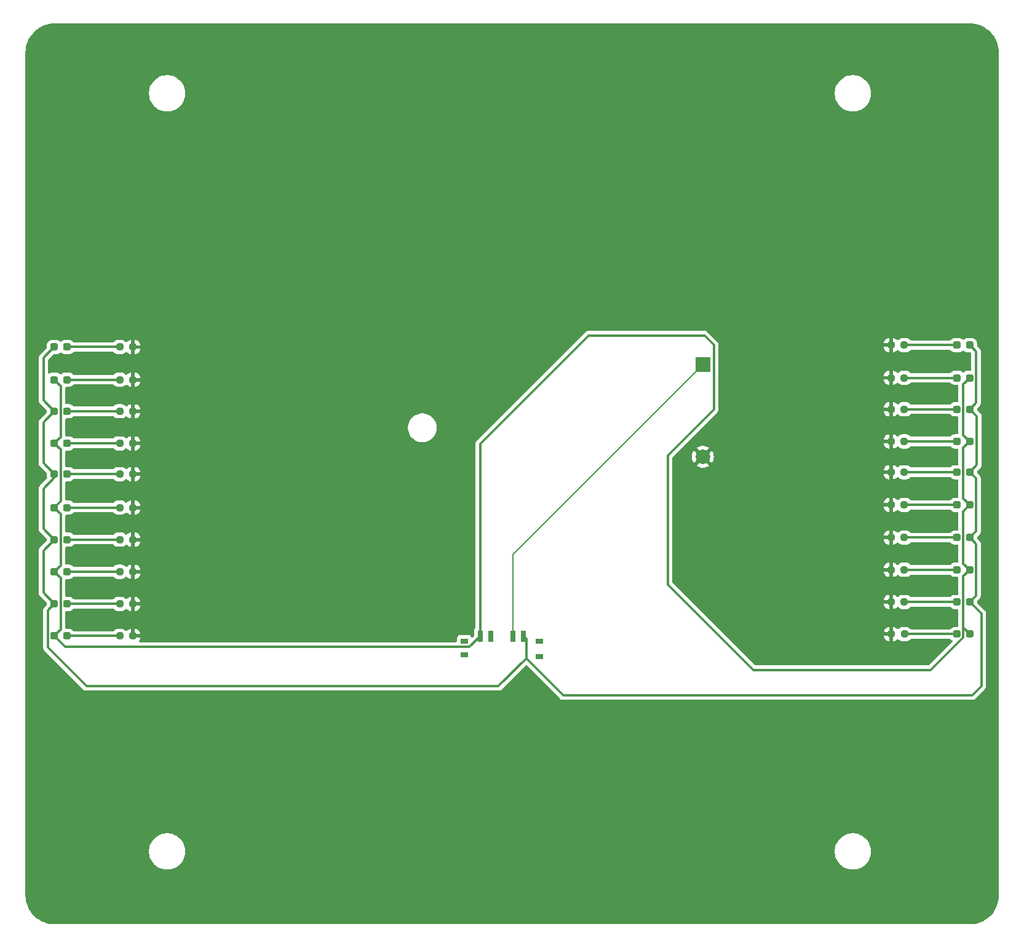
<source format=gtl>
G04 #@! TF.GenerationSoftware,KiCad,Pcbnew,8.0.5*
G04 #@! TF.CreationDate,2025-02-21T17:38:32-06:00*
G04 #@! TF.ProjectId,ArmorPlate,41726d6f-7250-46c6-9174-652e6b696361,rev?*
G04 #@! TF.SameCoordinates,Original*
G04 #@! TF.FileFunction,Copper,L1,Top*
G04 #@! TF.FilePolarity,Positive*
%FSLAX46Y46*%
G04 Gerber Fmt 4.6, Leading zero omitted, Abs format (unit mm)*
G04 Created by KiCad (PCBNEW 8.0.5) date 2025-02-21 17:38:32*
%MOMM*%
%LPD*%
G01*
G04 APERTURE LIST*
G04 Aperture macros list*
%AMRoundRect*
0 Rectangle with rounded corners*
0 $1 Rounding radius*
0 $2 $3 $4 $5 $6 $7 $8 $9 X,Y pos of 4 corners*
0 Add a 4 corners polygon primitive as box body*
4,1,4,$2,$3,$4,$5,$6,$7,$8,$9,$2,$3,0*
0 Add four circle primitives for the rounded corners*
1,1,$1+$1,$2,$3*
1,1,$1+$1,$4,$5*
1,1,$1+$1,$6,$7*
1,1,$1+$1,$8,$9*
0 Add four rect primitives between the rounded corners*
20,1,$1+$1,$2,$3,$4,$5,0*
20,1,$1+$1,$4,$5,$6,$7,0*
20,1,$1+$1,$6,$7,$8,$9,0*
20,1,$1+$1,$8,$9,$2,$3,0*%
G04 Aperture macros list end*
G04 #@! TA.AperFunction,SMDPad,CuDef*
%ADD10RoundRect,0.237500X0.250000X0.237500X-0.250000X0.237500X-0.250000X-0.237500X0.250000X-0.237500X0*%
G04 #@! TD*
G04 #@! TA.AperFunction,SMDPad,CuDef*
%ADD11R,0.700000X1.500000*%
G04 #@! TD*
G04 #@! TA.AperFunction,SMDPad,CuDef*
%ADD12R,1.000000X0.800000*%
G04 #@! TD*
G04 #@! TA.AperFunction,SMDPad,CuDef*
%ADD13RoundRect,0.237500X-0.250000X-0.237500X0.250000X-0.237500X0.250000X0.237500X-0.250000X0.237500X0*%
G04 #@! TD*
G04 #@! TA.AperFunction,SMDPad,CuDef*
%ADD14RoundRect,0.237500X0.287500X0.237500X-0.287500X0.237500X-0.287500X-0.237500X0.287500X-0.237500X0*%
G04 #@! TD*
G04 #@! TA.AperFunction,SMDPad,CuDef*
%ADD15RoundRect,0.237500X-0.287500X-0.237500X0.287500X-0.237500X0.287500X0.237500X-0.287500X0.237500X0*%
G04 #@! TD*
G04 #@! TA.AperFunction,ComponentPad*
%ADD16R,2.000000X2.000000*%
G04 #@! TD*
G04 #@! TA.AperFunction,ComponentPad*
%ADD17C,2.000000*%
G04 #@! TD*
G04 #@! TA.AperFunction,Conductor*
%ADD18C,0.300000*%
G04 #@! TD*
G04 #@! TA.AperFunction,Conductor*
%ADD19C,0.200000*%
G04 #@! TD*
G04 APERTURE END LIST*
D10*
X97845000Y-97345559D03*
X96020000Y-97345559D03*
D11*
X145630000Y-115090000D03*
X147130000Y-115090000D03*
X150130000Y-115090000D03*
X151630000Y-115090000D03*
D12*
X143480000Y-115790000D03*
X143480000Y-117630000D03*
X153780000Y-117890000D03*
X153780000Y-115790000D03*
D13*
X202205000Y-96976663D03*
X204030000Y-96976663D03*
D14*
X88780000Y-88503337D03*
X87030000Y-88503337D03*
D10*
X97845000Y-92740000D03*
X96020000Y-92740000D03*
D15*
X211270000Y-79476663D03*
X213020000Y-79476663D03*
D13*
X202205000Y-101476663D03*
X204030000Y-101476663D03*
D10*
X97845000Y-88503337D03*
X96020000Y-88503337D03*
X97845000Y-79740000D03*
X96020000Y-79740000D03*
D15*
X211270000Y-96976663D03*
X213020000Y-96976663D03*
D14*
X88780000Y-115030004D03*
X87030000Y-115030004D03*
X88780000Y-101766670D03*
X87030000Y-101766670D03*
X88780000Y-106187781D03*
X87030000Y-106187781D03*
D15*
X211270000Y-114766667D03*
X213020000Y-114766667D03*
D10*
X97845000Y-75240004D03*
X96020000Y-75240004D03*
X97845000Y-106187781D03*
X96020000Y-106187781D03*
X97845000Y-101766670D03*
X96020000Y-101766670D03*
D15*
X211270000Y-83818889D03*
X213020000Y-83818889D03*
D13*
X202205000Y-88240000D03*
X204030000Y-88240000D03*
D15*
X211270000Y-101476663D03*
X213020000Y-101476663D03*
X211270000Y-92476663D03*
X213020000Y-92476663D03*
D13*
X202232500Y-114766667D03*
X204057500Y-114766667D03*
D14*
X88780000Y-84082226D03*
X87030000Y-84082226D03*
D13*
X202205000Y-79476663D03*
X204030000Y-79476663D03*
D14*
X88780000Y-75240004D03*
X87030000Y-75240004D03*
D15*
X211270000Y-88240000D03*
X213020000Y-88240000D03*
X211270000Y-110345555D03*
X213020000Y-110345555D03*
D13*
X202205000Y-83818889D03*
X204030000Y-83818889D03*
D15*
X211270000Y-105924444D03*
X213020000Y-105924444D03*
X211270000Y-74976663D03*
X213020000Y-74976663D03*
D14*
X88780000Y-79740000D03*
X87030000Y-79740000D03*
D13*
X202205000Y-105924444D03*
X204030000Y-105924444D03*
D10*
X97845000Y-115030004D03*
X96020000Y-115030004D03*
D13*
X202205000Y-74976663D03*
X204030000Y-74976663D03*
X202205000Y-92476663D03*
X204030000Y-92476663D03*
D14*
X88780000Y-92740000D03*
X87030000Y-92740000D03*
X88780000Y-97345559D03*
X87030000Y-97345559D03*
D10*
X97845000Y-84082226D03*
X96020000Y-84082226D03*
D14*
X88780000Y-110608892D03*
X87030000Y-110608892D03*
D10*
X97845000Y-110608892D03*
X96020000Y-110608892D03*
D13*
X202205000Y-110345555D03*
X204030000Y-110345555D03*
D16*
X176300000Y-77650000D03*
D17*
X176300000Y-90350000D03*
D18*
X177800000Y-83820000D02*
X177800000Y-82550000D01*
X171450000Y-90170000D02*
X177800000Y-83820000D01*
X177800000Y-82550000D02*
X177800000Y-74930000D01*
X171450000Y-107950000D02*
X171450000Y-90170000D01*
X183240000Y-119740000D02*
X171450000Y-107950000D01*
X145630000Y-88612893D02*
X145630000Y-115090000D01*
X176530000Y-73660000D02*
X160582893Y-73660000D01*
X160582893Y-73660000D02*
X145630000Y-88612893D01*
X177800000Y-74930000D02*
X176530000Y-73660000D01*
X207659099Y-119740000D02*
X183240000Y-119740000D01*
X212145000Y-115254099D02*
X207659099Y-119740000D01*
X212145000Y-113891667D02*
X212145000Y-115254099D01*
D19*
X150130000Y-103820000D02*
X150130000Y-115090000D01*
X176300000Y-77650000D02*
X150130000Y-103820000D01*
D18*
X213360000Y-123190000D02*
X157080000Y-123190000D01*
X214630000Y-111955555D02*
X214630000Y-121920000D01*
X213020000Y-110345555D02*
X214630000Y-111955555D01*
X214630000Y-121920000D02*
X213360000Y-123190000D01*
X157080000Y-123190000D02*
X151980000Y-118090000D01*
X88780000Y-75240004D02*
X96020000Y-75240004D01*
X148150000Y-121920000D02*
X151980000Y-118090000D01*
X213020000Y-83818889D02*
X213098889Y-83818889D01*
X151980000Y-115440000D02*
X151630000Y-115090000D01*
X214020000Y-91476663D02*
X213020000Y-92476663D01*
X87030000Y-101766670D02*
X85520000Y-103276670D01*
X85520000Y-85592226D02*
X85520000Y-91230000D01*
X213895000Y-102351663D02*
X213895000Y-109470555D01*
X87030000Y-84082226D02*
X85520000Y-85592226D01*
X85520000Y-109098892D02*
X87030000Y-110608892D01*
X85520000Y-76750004D02*
X85520000Y-82572226D01*
X87030000Y-75240004D02*
X85520000Y-76750004D01*
X213895000Y-93351663D02*
X213895000Y-100601663D01*
X87030000Y-92740000D02*
X87030000Y-93230000D01*
X214020000Y-84740000D02*
X214020000Y-91476663D01*
X213020000Y-74976663D02*
X213895000Y-75851663D01*
X85520000Y-94740000D02*
X85520000Y-100256670D01*
X213098889Y-83818889D02*
X214020000Y-84740000D01*
X85520000Y-91230000D02*
X87030000Y-92740000D01*
X87030000Y-110608892D02*
X86155000Y-111483892D01*
X85520000Y-103276670D02*
X85520000Y-109098892D01*
X85520000Y-82572226D02*
X87030000Y-84082226D01*
X86155000Y-111483892D02*
X86155000Y-116635000D01*
X151980000Y-115570000D02*
X151980000Y-115440000D01*
X213895000Y-82943889D02*
X213020000Y-83818889D01*
X213895000Y-100601663D02*
X213020000Y-101476663D01*
X213895000Y-75851663D02*
X213895000Y-82943889D01*
X151980000Y-118090000D02*
X151980000Y-115570000D01*
X213020000Y-92476663D02*
X213895000Y-93351663D01*
X213895000Y-109470555D02*
X213020000Y-110345555D01*
X86155000Y-116635000D02*
X91440000Y-121920000D01*
X85520000Y-100256670D02*
X87030000Y-101766670D01*
X91440000Y-121920000D02*
X148150000Y-121920000D01*
X87030000Y-93230000D02*
X85520000Y-94740000D01*
X213020000Y-101476663D02*
X213895000Y-102351663D01*
X88780000Y-84082226D02*
X96020000Y-84082226D01*
X88780000Y-92740000D02*
X96020000Y-92740000D01*
X88780000Y-101766670D02*
X96020000Y-101766670D01*
X88780000Y-110608892D02*
X96020000Y-110608892D01*
X212145000Y-89115000D02*
X212145000Y-96101663D01*
X87905000Y-80615000D02*
X87905000Y-87628337D01*
X87030000Y-97345559D02*
X87905000Y-98220559D01*
X87905000Y-87628337D02*
X87030000Y-88503337D01*
X212145000Y-105049444D02*
X213020000Y-105924444D01*
X213020000Y-96976663D02*
X212145000Y-97851663D01*
X87905000Y-105312781D02*
X87030000Y-106187781D01*
X87030000Y-79740000D02*
X87905000Y-80615000D01*
X212145000Y-80351663D02*
X212145000Y-87365000D01*
X88539996Y-116540000D02*
X144180000Y-116540000D01*
X87030000Y-88503337D02*
X87905000Y-89378337D01*
X87905000Y-107062781D02*
X87905000Y-114155004D01*
X144180000Y-116540000D02*
X145630000Y-115090000D01*
X87905000Y-89378337D02*
X87905000Y-96470559D01*
X87905000Y-98220559D02*
X87905000Y-105312781D01*
X212145000Y-96101663D02*
X213020000Y-96976663D01*
X87905000Y-96470559D02*
X87030000Y-97345559D01*
X87030000Y-115030004D02*
X88539996Y-116540000D01*
X212145000Y-97851663D02*
X212145000Y-105049444D01*
X212145000Y-106799444D02*
X212145000Y-113891667D01*
X212145000Y-113891667D02*
X213020000Y-114766667D01*
X213020000Y-88240000D02*
X212145000Y-89115000D01*
X87030000Y-106187781D02*
X87905000Y-107062781D01*
X212145000Y-87365000D02*
X213020000Y-88240000D01*
X213020000Y-79476663D02*
X212145000Y-80351663D01*
X213020000Y-105924444D02*
X212145000Y-106799444D01*
X87905000Y-114155004D02*
X87030000Y-115030004D01*
X88780000Y-79740000D02*
X96020000Y-79740000D01*
X88780000Y-88503337D02*
X96020000Y-88503337D01*
X88780000Y-97345559D02*
X96020000Y-97345559D01*
X88780000Y-106187781D02*
X96020000Y-106187781D01*
X88780000Y-115030004D02*
X96020000Y-115030004D01*
X204030000Y-74976663D02*
X211270000Y-74976663D01*
X204030000Y-83818889D02*
X211270000Y-83818889D01*
X204030000Y-92476663D02*
X211270000Y-92476663D01*
X204030000Y-101476663D02*
X211270000Y-101476663D01*
X204030000Y-110345555D02*
X211270000Y-110345555D01*
X204030000Y-79476663D02*
X211270000Y-79476663D01*
X204030000Y-88240000D02*
X211270000Y-88240000D01*
X204030000Y-96976663D02*
X211270000Y-96976663D01*
X204030000Y-105924444D02*
X211270000Y-105924444D01*
X204057500Y-114766667D02*
X211270000Y-114766667D01*
G04 #@! TA.AperFunction,Conductor*
G36*
X213052855Y-30675632D02*
G01*
X213413310Y-30692296D01*
X213424700Y-30693352D01*
X213779238Y-30742808D01*
X213790482Y-30744910D01*
X214138944Y-30826867D01*
X214149934Y-30829994D01*
X214489368Y-30943761D01*
X214500022Y-30947889D01*
X214827488Y-31092479D01*
X214837735Y-31097581D01*
X215150452Y-31271765D01*
X215160190Y-31277794D01*
X215455512Y-31480093D01*
X215464652Y-31486996D01*
X215740035Y-31715671D01*
X215748499Y-31723387D01*
X216001612Y-31976500D01*
X216009328Y-31984964D01*
X216238003Y-32260347D01*
X216244906Y-32269487D01*
X216447205Y-32564809D01*
X216453234Y-32574547D01*
X216627418Y-32887264D01*
X216632523Y-32897517D01*
X216777105Y-33224964D01*
X216781243Y-33235644D01*
X216895001Y-33575052D01*
X216898135Y-33586068D01*
X216980087Y-33934509D01*
X216982192Y-33945768D01*
X217031646Y-34300292D01*
X217032703Y-34311696D01*
X217049368Y-34672144D01*
X217049500Y-34677871D01*
X217049500Y-150742128D01*
X217049368Y-150747855D01*
X217032703Y-151108303D01*
X217031646Y-151119707D01*
X216982192Y-151474231D01*
X216980087Y-151485490D01*
X216898135Y-151833931D01*
X216895001Y-151844947D01*
X216781243Y-152184355D01*
X216777105Y-152195035D01*
X216632523Y-152522482D01*
X216627418Y-152532735D01*
X216453234Y-152845452D01*
X216447205Y-152855190D01*
X216244906Y-153150512D01*
X216238003Y-153159652D01*
X216009328Y-153435035D01*
X216001612Y-153443499D01*
X215748499Y-153696612D01*
X215740035Y-153704328D01*
X215464652Y-153933003D01*
X215455512Y-153939906D01*
X215160190Y-154142205D01*
X215150452Y-154148234D01*
X214837735Y-154322418D01*
X214827482Y-154327523D01*
X214500035Y-154472105D01*
X214489355Y-154476243D01*
X214149947Y-154590001D01*
X214138931Y-154593135D01*
X213790490Y-154675087D01*
X213779231Y-154677192D01*
X213424707Y-154726646D01*
X213413303Y-154727703D01*
X213052855Y-154744368D01*
X213047128Y-154744500D01*
X87052872Y-154744500D01*
X87047145Y-154744368D01*
X86686696Y-154727703D01*
X86675292Y-154726646D01*
X86320768Y-154677192D01*
X86309509Y-154675087D01*
X85961068Y-154593135D01*
X85950052Y-154590001D01*
X85610644Y-154476243D01*
X85599964Y-154472105D01*
X85272517Y-154327523D01*
X85262264Y-154322418D01*
X84949547Y-154148234D01*
X84939809Y-154142205D01*
X84644487Y-153939906D01*
X84635347Y-153933003D01*
X84359964Y-153704328D01*
X84351500Y-153696612D01*
X84098387Y-153443499D01*
X84090671Y-153435035D01*
X83861994Y-153159649D01*
X83855093Y-153150512D01*
X83652794Y-152855190D01*
X83646765Y-152845452D01*
X83557283Y-152684803D01*
X83472579Y-152532731D01*
X83467476Y-152522482D01*
X83322889Y-152195022D01*
X83318761Y-152184368D01*
X83204994Y-151844934D01*
X83201867Y-151833944D01*
X83119910Y-151485482D01*
X83117807Y-151474231D01*
X83068353Y-151119707D01*
X83067296Y-151108303D01*
X83050632Y-150747855D01*
X83050500Y-150742128D01*
X83050500Y-144559568D01*
X100049500Y-144559568D01*
X100049500Y-144840431D01*
X100080942Y-145119494D01*
X100080945Y-145119512D01*
X100143439Y-145393317D01*
X100143443Y-145393329D01*
X100236200Y-145658411D01*
X100358053Y-145911442D01*
X100358055Y-145911445D01*
X100507477Y-146149248D01*
X100682584Y-146368825D01*
X100881175Y-146567416D01*
X101100752Y-146742523D01*
X101338555Y-146891945D01*
X101591592Y-147013801D01*
X101790680Y-147083465D01*
X101856670Y-147106556D01*
X101856682Y-147106560D01*
X102130491Y-147169055D01*
X102130497Y-147169055D01*
X102130505Y-147169057D01*
X102316547Y-147190018D01*
X102409569Y-147200499D01*
X102409572Y-147200500D01*
X102409575Y-147200500D01*
X102690428Y-147200500D01*
X102690429Y-147200499D01*
X102833055Y-147184429D01*
X102969494Y-147169057D01*
X102969499Y-147169056D01*
X102969509Y-147169055D01*
X103243318Y-147106560D01*
X103508408Y-147013801D01*
X103761445Y-146891945D01*
X103999248Y-146742523D01*
X104218825Y-146567416D01*
X104417416Y-146368825D01*
X104592523Y-146149248D01*
X104741945Y-145911445D01*
X104863801Y-145658408D01*
X104956560Y-145393318D01*
X105019055Y-145119509D01*
X105050500Y-144840425D01*
X105050500Y-144559575D01*
X105050499Y-144559568D01*
X194449500Y-144559568D01*
X194449500Y-144840431D01*
X194480942Y-145119494D01*
X194480945Y-145119512D01*
X194543439Y-145393317D01*
X194543443Y-145393329D01*
X194636200Y-145658411D01*
X194758053Y-145911442D01*
X194758055Y-145911445D01*
X194907477Y-146149248D01*
X195082584Y-146368825D01*
X195281175Y-146567416D01*
X195500752Y-146742523D01*
X195738555Y-146891945D01*
X195991592Y-147013801D01*
X196190680Y-147083465D01*
X196256670Y-147106556D01*
X196256682Y-147106560D01*
X196530491Y-147169055D01*
X196530497Y-147169055D01*
X196530505Y-147169057D01*
X196716547Y-147190018D01*
X196809569Y-147200499D01*
X196809572Y-147200500D01*
X196809575Y-147200500D01*
X197090428Y-147200500D01*
X197090429Y-147200499D01*
X197233055Y-147184429D01*
X197369494Y-147169057D01*
X197369499Y-147169056D01*
X197369509Y-147169055D01*
X197643318Y-147106560D01*
X197908408Y-147013801D01*
X198161445Y-146891945D01*
X198399248Y-146742523D01*
X198618825Y-146567416D01*
X198817416Y-146368825D01*
X198992523Y-146149248D01*
X199141945Y-145911445D01*
X199263801Y-145658408D01*
X199356560Y-145393318D01*
X199419055Y-145119509D01*
X199450500Y-144840425D01*
X199450500Y-144559575D01*
X199419055Y-144280491D01*
X199356560Y-144006682D01*
X199263801Y-143741592D01*
X199141945Y-143488555D01*
X198992523Y-143250752D01*
X198817416Y-143031175D01*
X198618825Y-142832584D01*
X198399248Y-142657477D01*
X198161445Y-142508055D01*
X198161442Y-142508053D01*
X197908411Y-142386200D01*
X197643329Y-142293443D01*
X197643317Y-142293439D01*
X197369512Y-142230945D01*
X197369494Y-142230942D01*
X197090431Y-142199500D01*
X197090425Y-142199500D01*
X196809575Y-142199500D01*
X196809568Y-142199500D01*
X196530505Y-142230942D01*
X196530487Y-142230945D01*
X196256682Y-142293439D01*
X196256670Y-142293443D01*
X195991588Y-142386200D01*
X195738557Y-142508053D01*
X195500753Y-142657476D01*
X195281175Y-142832583D01*
X195082583Y-143031175D01*
X194907476Y-143250753D01*
X194758053Y-143488557D01*
X194636200Y-143741588D01*
X194543443Y-144006670D01*
X194543439Y-144006682D01*
X194480945Y-144280487D01*
X194480942Y-144280505D01*
X194449500Y-144559568D01*
X105050499Y-144559568D01*
X105019055Y-144280491D01*
X104956560Y-144006682D01*
X104863801Y-143741592D01*
X104741945Y-143488555D01*
X104592523Y-143250752D01*
X104417416Y-143031175D01*
X104218825Y-142832584D01*
X103999248Y-142657477D01*
X103761445Y-142508055D01*
X103761442Y-142508053D01*
X103508411Y-142386200D01*
X103243329Y-142293443D01*
X103243317Y-142293439D01*
X102969512Y-142230945D01*
X102969494Y-142230942D01*
X102690431Y-142199500D01*
X102690425Y-142199500D01*
X102409575Y-142199500D01*
X102409568Y-142199500D01*
X102130505Y-142230942D01*
X102130487Y-142230945D01*
X101856682Y-142293439D01*
X101856670Y-142293443D01*
X101591588Y-142386200D01*
X101338557Y-142508053D01*
X101100753Y-142657476D01*
X100881175Y-142832583D01*
X100682583Y-143031175D01*
X100507476Y-143250753D01*
X100358053Y-143488557D01*
X100236200Y-143741588D01*
X100143443Y-144006670D01*
X100143439Y-144006682D01*
X100080945Y-144280487D01*
X100080942Y-144280505D01*
X100049500Y-144559568D01*
X83050500Y-144559568D01*
X83050500Y-82636297D01*
X84869499Y-82636297D01*
X84894497Y-82761964D01*
X84894499Y-82761970D01*
X84943535Y-82880353D01*
X85014723Y-82986895D01*
X85014726Y-82986899D01*
X85014727Y-82986900D01*
X85968181Y-83940353D01*
X86001666Y-84001676D01*
X86004500Y-84028034D01*
X86004500Y-84136417D01*
X85984815Y-84203456D01*
X85968181Y-84224098D01*
X85014727Y-85177551D01*
X85014726Y-85177552D01*
X84943534Y-85284100D01*
X84894499Y-85402481D01*
X84894497Y-85402487D01*
X84869500Y-85528154D01*
X84869500Y-91294070D01*
X84893076Y-91412588D01*
X84893076Y-91412597D01*
X84893078Y-91412597D01*
X84894499Y-91419745D01*
X84894500Y-91419747D01*
X84943533Y-91538125D01*
X84967243Y-91573609D01*
X85011937Y-91640500D01*
X85014726Y-91644673D01*
X85014727Y-91644674D01*
X85968181Y-92598127D01*
X86001666Y-92659450D01*
X86004500Y-92685808D01*
X86004500Y-93026669D01*
X86004501Y-93026687D01*
X86014825Y-93127752D01*
X86014827Y-93127759D01*
X86039917Y-93203476D01*
X86042319Y-93273304D01*
X86009892Y-93330160D01*
X85014726Y-94325326D01*
X84943534Y-94431874D01*
X84894499Y-94550255D01*
X84894497Y-94550261D01*
X84869500Y-94675928D01*
X84869500Y-94675931D01*
X84869500Y-100320739D01*
X84869500Y-100320741D01*
X84869499Y-100320741D01*
X84894497Y-100446408D01*
X84894499Y-100446414D01*
X84917383Y-100501662D01*
X84943535Y-100564797D01*
X85014723Y-100671339D01*
X85014726Y-100671343D01*
X85014727Y-100671344D01*
X85968181Y-101624797D01*
X86001666Y-101686120D01*
X86004500Y-101712478D01*
X86004500Y-101820861D01*
X85984815Y-101887900D01*
X85968181Y-101908542D01*
X85014727Y-102861995D01*
X85014724Y-102861998D01*
X84970538Y-102928127D01*
X84970539Y-102928128D01*
X84943534Y-102968544D01*
X84894499Y-103086925D01*
X84894497Y-103086931D01*
X84869500Y-103212598D01*
X84869500Y-103212601D01*
X84869500Y-109162961D01*
X84869500Y-109162963D01*
X84869499Y-109162963D01*
X84894497Y-109288630D01*
X84894499Y-109288636D01*
X84943535Y-109407019D01*
X85014723Y-109513561D01*
X85014726Y-109513565D01*
X85014727Y-109513566D01*
X85968181Y-110467019D01*
X86001666Y-110528342D01*
X86004500Y-110554700D01*
X86004500Y-110663083D01*
X85984815Y-110730122D01*
X85968181Y-110750764D01*
X85649722Y-111069223D01*
X85588796Y-111160406D01*
X85588797Y-111160407D01*
X85578533Y-111175767D01*
X85529499Y-111294147D01*
X85529497Y-111294153D01*
X85504500Y-111419820D01*
X85504500Y-111419823D01*
X85504500Y-116699069D01*
X85518810Y-116771007D01*
X85529499Y-116824744D01*
X85578535Y-116943127D01*
X85647408Y-117046204D01*
X85649726Y-117049673D01*
X91025326Y-122425273D01*
X91025329Y-122425275D01*
X91025331Y-122425277D01*
X91131873Y-122496465D01*
X91250256Y-122545501D01*
X91250260Y-122545501D01*
X91250261Y-122545502D01*
X91375928Y-122570500D01*
X91375931Y-122570500D01*
X148214071Y-122570500D01*
X148298615Y-122553682D01*
X148339744Y-122545501D01*
X148458127Y-122496465D01*
X148564669Y-122425277D01*
X151892319Y-119097625D01*
X151953642Y-119064141D01*
X152023334Y-119069125D01*
X152067681Y-119097626D01*
X156574724Y-123604669D01*
X156665327Y-123695272D01*
X156665332Y-123695277D01*
X156771866Y-123766461D01*
X156771872Y-123766464D01*
X156771873Y-123766465D01*
X156890256Y-123815501D01*
X156890260Y-123815501D01*
X156890261Y-123815502D01*
X157015928Y-123840500D01*
X157015931Y-123840500D01*
X213424071Y-123840500D01*
X213508615Y-123823682D01*
X213549744Y-123815501D01*
X213668127Y-123766465D01*
X213774669Y-123695277D01*
X215135276Y-122334669D01*
X215206465Y-122228127D01*
X215255501Y-122109744D01*
X215280500Y-121984069D01*
X215280500Y-111891486D01*
X215280500Y-111891483D01*
X215255502Y-111765816D01*
X215255501Y-111765815D01*
X215255501Y-111765811D01*
X215206465Y-111647428D01*
X215164346Y-111584392D01*
X215149811Y-111562639D01*
X215135279Y-111540888D01*
X214081818Y-110487427D01*
X214048333Y-110426104D01*
X214045499Y-110399746D01*
X214045499Y-110291363D01*
X214065184Y-110224324D01*
X214081813Y-110203686D01*
X214400277Y-109885224D01*
X214471465Y-109778682D01*
X214520501Y-109660299D01*
X214531666Y-109604168D01*
X214537184Y-109576431D01*
X214545500Y-109534625D01*
X214545500Y-102287591D01*
X214520502Y-102161924D01*
X214520501Y-102161923D01*
X214520501Y-102161919D01*
X214471465Y-102043536D01*
X214430308Y-101981940D01*
X214430306Y-101981937D01*
X214400279Y-101936996D01*
X214081818Y-101618535D01*
X214048333Y-101557212D01*
X214045499Y-101530854D01*
X214045499Y-101422471D01*
X214065184Y-101355432D01*
X214081813Y-101334794D01*
X214400277Y-101016332D01*
X214471465Y-100909790D01*
X214520501Y-100791407D01*
X214526361Y-100761946D01*
X214545500Y-100665732D01*
X214545500Y-93287594D01*
X214545500Y-93287591D01*
X214520502Y-93161924D01*
X214520501Y-93161923D01*
X214520501Y-93161919D01*
X214471465Y-93043536D01*
X214430308Y-92981940D01*
X214430306Y-92981937D01*
X214400279Y-92936996D01*
X214081818Y-92618535D01*
X214048333Y-92557212D01*
X214045499Y-92530854D01*
X214045499Y-92422471D01*
X214065184Y-92355432D01*
X214081818Y-92334790D01*
X214525272Y-91891337D01*
X214525272Y-91891336D01*
X214525277Y-91891332D01*
X214596466Y-91784789D01*
X214597314Y-91782743D01*
X214613023Y-91744815D01*
X214645501Y-91666406D01*
X214665522Y-91565756D01*
X214670500Y-91540734D01*
X214670500Y-84675928D01*
X214645502Y-84550260D01*
X214645500Y-84550254D01*
X214625189Y-84501221D01*
X214625187Y-84501216D01*
X214596468Y-84431878D01*
X214596462Y-84431868D01*
X214525278Y-84325332D01*
X214525272Y-84325325D01*
X214081818Y-83881871D01*
X214048333Y-83820548D01*
X214045499Y-83794190D01*
X214045499Y-83764697D01*
X214065184Y-83697658D01*
X214081813Y-83677020D01*
X214400277Y-83358558D01*
X214471465Y-83252016D01*
X214520501Y-83133633D01*
X214531666Y-83077502D01*
X214537184Y-83049765D01*
X214545500Y-83007959D01*
X214545500Y-75787591D01*
X214520502Y-75661924D01*
X214520501Y-75661923D01*
X214520501Y-75661919D01*
X214471465Y-75543536D01*
X214446695Y-75506465D01*
X214400277Y-75436994D01*
X214400275Y-75436992D01*
X214400273Y-75436989D01*
X214081818Y-75118534D01*
X214048333Y-75057211D01*
X214045499Y-75030853D01*
X214045499Y-74689993D01*
X214045498Y-74689976D01*
X214035174Y-74588910D01*
X214020279Y-74543961D01*
X213980908Y-74425147D01*
X213890340Y-74278313D01*
X213768350Y-74156323D01*
X213677129Y-74100058D01*
X213621518Y-74065756D01*
X213621513Y-74065754D01*
X213620069Y-74065275D01*
X213457753Y-74011489D01*
X213457751Y-74011488D01*
X213356678Y-74001163D01*
X212683330Y-74001163D01*
X212683312Y-74001164D01*
X212582247Y-74011488D01*
X212418484Y-74065755D01*
X212418481Y-74065756D01*
X212271648Y-74156324D01*
X212232681Y-74195292D01*
X212171358Y-74228777D01*
X212101666Y-74223793D01*
X212057319Y-74195292D01*
X212018351Y-74156324D01*
X212018350Y-74156323D01*
X211927129Y-74100058D01*
X211871518Y-74065756D01*
X211871513Y-74065754D01*
X211870069Y-74065275D01*
X211707753Y-74011489D01*
X211707751Y-74011488D01*
X211606678Y-74001163D01*
X210933330Y-74001163D01*
X210933312Y-74001164D01*
X210832247Y-74011488D01*
X210668484Y-74065755D01*
X210668481Y-74065756D01*
X210521648Y-74156324D01*
X210399655Y-74278317D01*
X210399055Y-74279077D01*
X210398510Y-74279462D01*
X210394553Y-74283420D01*
X210393876Y-74282743D01*
X210342032Y-74319452D01*
X210301792Y-74326163D01*
X204960708Y-74326163D01*
X204893669Y-74306478D01*
X204868084Y-74283282D01*
X204867947Y-74283420D01*
X204865147Y-74280620D01*
X204863445Y-74279077D01*
X204862844Y-74278317D01*
X204740851Y-74156324D01*
X204740850Y-74156323D01*
X204649629Y-74100058D01*
X204594018Y-74065756D01*
X204594013Y-74065754D01*
X204592569Y-74065275D01*
X204430253Y-74011489D01*
X204430251Y-74011488D01*
X204329178Y-74001163D01*
X203730830Y-74001163D01*
X203730812Y-74001164D01*
X203629747Y-74011488D01*
X203465984Y-74065755D01*
X203465981Y-74065756D01*
X203319151Y-74156322D01*
X203204827Y-74270646D01*
X203143504Y-74304130D01*
X203073812Y-74299146D01*
X203029465Y-74270645D01*
X202915538Y-74156718D01*
X202915534Y-74156715D01*
X202768811Y-74066214D01*
X202768800Y-74066209D01*
X202605152Y-74011982D01*
X202504154Y-74001663D01*
X202455000Y-74001663D01*
X202455000Y-75951662D01*
X202504140Y-75951662D01*
X202504154Y-75951661D01*
X202605152Y-75941343D01*
X202768800Y-75887116D01*
X202768811Y-75887111D01*
X202915533Y-75796611D01*
X203029464Y-75682680D01*
X203090787Y-75649195D01*
X203160479Y-75654179D01*
X203204827Y-75682680D01*
X203319150Y-75797003D01*
X203465984Y-75887571D01*
X203629747Y-75941837D01*
X203730823Y-75952163D01*
X204329176Y-75952162D01*
X204329184Y-75952161D01*
X204329187Y-75952161D01*
X204384530Y-75946507D01*
X204430253Y-75941837D01*
X204594016Y-75887571D01*
X204740850Y-75797003D01*
X204862840Y-75675013D01*
X204862841Y-75675010D01*
X204862844Y-75675008D01*
X204863445Y-75674249D01*
X204863989Y-75673863D01*
X204867947Y-75669906D01*
X204868623Y-75670582D01*
X204920468Y-75633874D01*
X204960708Y-75627163D01*
X210301792Y-75627163D01*
X210368831Y-75646848D01*
X210394415Y-75670043D01*
X210394553Y-75669906D01*
X210397352Y-75672705D01*
X210399055Y-75674249D01*
X210399655Y-75675008D01*
X210399660Y-75675013D01*
X210521650Y-75797003D01*
X210668484Y-75887571D01*
X210832247Y-75941837D01*
X210933323Y-75952163D01*
X211606676Y-75952162D01*
X211606684Y-75952161D01*
X211606687Y-75952161D01*
X211662030Y-75946507D01*
X211707753Y-75941837D01*
X211871516Y-75887571D01*
X212018350Y-75797003D01*
X212057319Y-75758034D01*
X212118642Y-75724549D01*
X212188334Y-75729533D01*
X212232681Y-75758034D01*
X212271650Y-75797003D01*
X212418484Y-75887571D01*
X212582247Y-75941837D01*
X212683323Y-75952163D01*
X213024191Y-75952162D01*
X213091230Y-75971846D01*
X213111872Y-75988481D01*
X213208181Y-76084790D01*
X213241666Y-76146113D01*
X213244500Y-76172471D01*
X213244500Y-78377163D01*
X213224815Y-78444202D01*
X213172011Y-78489957D01*
X213120500Y-78501163D01*
X212683330Y-78501163D01*
X212683312Y-78501164D01*
X212582247Y-78511488D01*
X212418484Y-78565755D01*
X212418481Y-78565756D01*
X212271648Y-78656324D01*
X212232681Y-78695292D01*
X212171358Y-78728777D01*
X212101666Y-78723793D01*
X212057319Y-78695292D01*
X212018351Y-78656324D01*
X212018350Y-78656323D01*
X211927129Y-78600058D01*
X211871518Y-78565756D01*
X211871513Y-78565754D01*
X211870069Y-78565275D01*
X211707753Y-78511489D01*
X211707751Y-78511488D01*
X211606678Y-78501163D01*
X210933330Y-78501163D01*
X210933312Y-78501164D01*
X210832247Y-78511488D01*
X210668484Y-78565755D01*
X210668481Y-78565756D01*
X210521648Y-78656324D01*
X210399655Y-78778317D01*
X210399055Y-78779077D01*
X210398510Y-78779462D01*
X210394553Y-78783420D01*
X210393876Y-78782743D01*
X210342032Y-78819452D01*
X210301792Y-78826163D01*
X204960708Y-78826163D01*
X204893669Y-78806478D01*
X204868084Y-78783282D01*
X204867947Y-78783420D01*
X204865147Y-78780620D01*
X204863445Y-78779077D01*
X204862844Y-78778317D01*
X204740851Y-78656324D01*
X204740850Y-78656323D01*
X204649629Y-78600058D01*
X204594018Y-78565756D01*
X204594013Y-78565754D01*
X204592569Y-78565275D01*
X204430253Y-78511489D01*
X204430251Y-78511488D01*
X204329178Y-78501163D01*
X203730830Y-78501163D01*
X203730812Y-78501164D01*
X203629747Y-78511488D01*
X203465984Y-78565755D01*
X203465981Y-78565756D01*
X203319151Y-78656322D01*
X203204827Y-78770646D01*
X203143504Y-78804130D01*
X203073812Y-78799146D01*
X203029465Y-78770645D01*
X202915538Y-78656718D01*
X202915534Y-78656715D01*
X202768811Y-78566214D01*
X202768800Y-78566209D01*
X202605152Y-78511982D01*
X202504154Y-78501663D01*
X202455000Y-78501663D01*
X202455000Y-80451662D01*
X202504140Y-80451662D01*
X202504154Y-80451661D01*
X202605152Y-80441343D01*
X202768800Y-80387116D01*
X202768811Y-80387111D01*
X202915533Y-80296611D01*
X203029464Y-80182680D01*
X203090787Y-80149195D01*
X203160479Y-80154179D01*
X203204827Y-80182680D01*
X203319150Y-80297003D01*
X203465984Y-80387571D01*
X203629747Y-80441837D01*
X203730823Y-80452163D01*
X204329176Y-80452162D01*
X204329184Y-80452161D01*
X204329187Y-80452161D01*
X204389333Y-80446017D01*
X204430253Y-80441837D01*
X204594016Y-80387571D01*
X204740850Y-80297003D01*
X204862840Y-80175013D01*
X204862841Y-80175010D01*
X204862844Y-80175008D01*
X204863445Y-80174249D01*
X204863989Y-80173863D01*
X204867947Y-80169906D01*
X204868623Y-80170582D01*
X204920468Y-80133874D01*
X204960708Y-80127163D01*
X210301792Y-80127163D01*
X210368831Y-80146848D01*
X210394415Y-80170043D01*
X210394553Y-80169906D01*
X210397352Y-80172705D01*
X210399055Y-80174249D01*
X210399655Y-80175008D01*
X210399660Y-80175013D01*
X210521650Y-80297003D01*
X210668484Y-80387571D01*
X210832247Y-80441837D01*
X210933323Y-80452163D01*
X211370500Y-80452162D01*
X211437539Y-80471846D01*
X211483294Y-80524650D01*
X211494500Y-80576162D01*
X211494500Y-82719389D01*
X211474815Y-82786428D01*
X211422011Y-82832183D01*
X211370500Y-82843389D01*
X210933330Y-82843389D01*
X210933312Y-82843390D01*
X210832247Y-82853714D01*
X210668484Y-82907981D01*
X210668481Y-82907982D01*
X210521648Y-82998550D01*
X210399655Y-83120543D01*
X210399055Y-83121303D01*
X210398510Y-83121688D01*
X210394553Y-83125646D01*
X210393876Y-83124969D01*
X210342032Y-83161678D01*
X210301792Y-83168389D01*
X204960708Y-83168389D01*
X204893669Y-83148704D01*
X204868084Y-83125508D01*
X204867947Y-83125646D01*
X204865147Y-83122846D01*
X204863445Y-83121303D01*
X204862844Y-83120543D01*
X204740851Y-82998550D01*
X204740850Y-82998549D01*
X204649629Y-82942284D01*
X204594018Y-82907982D01*
X204594013Y-82907980D01*
X204592569Y-82907501D01*
X204430253Y-82853715D01*
X204430251Y-82853714D01*
X204329178Y-82843389D01*
X203730830Y-82843389D01*
X203730812Y-82843390D01*
X203629747Y-82853714D01*
X203465984Y-82907981D01*
X203465981Y-82907982D01*
X203319151Y-82998548D01*
X203204827Y-83112872D01*
X203143504Y-83146356D01*
X203073812Y-83141372D01*
X203029465Y-83112871D01*
X202915538Y-82998944D01*
X202915534Y-82998941D01*
X202768811Y-82908440D01*
X202768800Y-82908435D01*
X202605152Y-82854208D01*
X202504154Y-82843889D01*
X202455000Y-82843889D01*
X202455000Y-84793888D01*
X202504140Y-84793888D01*
X202504154Y-84793887D01*
X202605152Y-84783569D01*
X202768800Y-84729342D01*
X202768811Y-84729337D01*
X202915533Y-84638837D01*
X203029464Y-84524906D01*
X203090787Y-84491421D01*
X203160479Y-84496405D01*
X203204827Y-84524906D01*
X203319150Y-84639229D01*
X203465984Y-84729797D01*
X203629747Y-84784063D01*
X203730823Y-84794389D01*
X204329176Y-84794388D01*
X204329184Y-84794387D01*
X204329187Y-84794387D01*
X204389333Y-84788243D01*
X204430253Y-84784063D01*
X204594016Y-84729797D01*
X204740850Y-84639229D01*
X204862840Y-84517239D01*
X204862841Y-84517236D01*
X204862844Y-84517234D01*
X204863445Y-84516475D01*
X204863989Y-84516089D01*
X204867947Y-84512132D01*
X204868623Y-84512808D01*
X204920468Y-84476100D01*
X204960708Y-84469389D01*
X210301792Y-84469389D01*
X210368831Y-84489074D01*
X210394415Y-84512269D01*
X210394553Y-84512132D01*
X210397352Y-84514931D01*
X210399055Y-84516475D01*
X210399655Y-84517234D01*
X210399660Y-84517239D01*
X210521650Y-84639229D01*
X210668484Y-84729797D01*
X210832247Y-84784063D01*
X210933323Y-84794389D01*
X211370500Y-84794388D01*
X211437539Y-84814072D01*
X211483294Y-84866876D01*
X211494500Y-84918388D01*
X211494500Y-87140500D01*
X211474815Y-87207539D01*
X211422011Y-87253294D01*
X211370500Y-87264500D01*
X210933330Y-87264500D01*
X210933312Y-87264501D01*
X210832247Y-87274825D01*
X210668484Y-87329092D01*
X210668481Y-87329093D01*
X210521648Y-87419661D01*
X210399655Y-87541654D01*
X210399055Y-87542414D01*
X210398510Y-87542799D01*
X210394553Y-87546757D01*
X210393876Y-87546080D01*
X210342032Y-87582789D01*
X210301792Y-87589500D01*
X204960708Y-87589500D01*
X204893669Y-87569815D01*
X204868084Y-87546619D01*
X204867947Y-87546757D01*
X204865147Y-87543957D01*
X204863445Y-87542414D01*
X204862844Y-87541654D01*
X204740851Y-87419661D01*
X204740850Y-87419660D01*
X204642328Y-87358891D01*
X204594018Y-87329093D01*
X204594013Y-87329091D01*
X204592569Y-87328612D01*
X204430253Y-87274826D01*
X204430251Y-87274825D01*
X204329178Y-87264500D01*
X203730830Y-87264500D01*
X203730812Y-87264501D01*
X203629747Y-87274825D01*
X203465984Y-87329092D01*
X203465981Y-87329093D01*
X203319151Y-87419659D01*
X203204827Y-87533983D01*
X203143504Y-87567467D01*
X203073812Y-87562483D01*
X203029465Y-87533982D01*
X202915538Y-87420055D01*
X202915534Y-87420052D01*
X202768811Y-87329551D01*
X202768800Y-87329546D01*
X202605152Y-87275319D01*
X202504154Y-87265000D01*
X202455000Y-87265000D01*
X202455000Y-89214999D01*
X202504140Y-89214999D01*
X202504154Y-89214998D01*
X202605152Y-89204680D01*
X202768800Y-89150453D01*
X202768811Y-89150448D01*
X202915533Y-89059948D01*
X203029464Y-88946017D01*
X203090787Y-88912532D01*
X203160479Y-88917516D01*
X203204827Y-88946017D01*
X203319150Y-89060340D01*
X203465984Y-89150908D01*
X203629747Y-89205174D01*
X203730823Y-89215500D01*
X204329176Y-89215499D01*
X204329184Y-89215498D01*
X204329187Y-89215498D01*
X204389333Y-89209354D01*
X204430253Y-89205174D01*
X204594016Y-89150908D01*
X204740850Y-89060340D01*
X204862840Y-88938350D01*
X204862841Y-88938347D01*
X204862844Y-88938345D01*
X204863445Y-88937586D01*
X204863989Y-88937200D01*
X204867947Y-88933243D01*
X204868623Y-88933919D01*
X204920468Y-88897211D01*
X204960708Y-88890500D01*
X210301792Y-88890500D01*
X210368831Y-88910185D01*
X210394415Y-88933380D01*
X210394553Y-88933243D01*
X210397352Y-88936042D01*
X210399055Y-88937586D01*
X210399655Y-88938345D01*
X210399660Y-88938350D01*
X210521650Y-89060340D01*
X210668484Y-89150908D01*
X210832247Y-89205174D01*
X210933323Y-89215500D01*
X211370500Y-89215499D01*
X211437539Y-89235183D01*
X211483294Y-89287987D01*
X211494500Y-89339499D01*
X211494500Y-91377163D01*
X211474815Y-91444202D01*
X211422011Y-91489957D01*
X211370500Y-91501163D01*
X210933330Y-91501163D01*
X210933312Y-91501164D01*
X210832247Y-91511488D01*
X210668484Y-91565755D01*
X210668481Y-91565756D01*
X210521648Y-91656324D01*
X210399655Y-91778317D01*
X210399055Y-91779077D01*
X210398510Y-91779462D01*
X210394553Y-91783420D01*
X210393876Y-91782743D01*
X210342032Y-91819452D01*
X210301792Y-91826163D01*
X204960708Y-91826163D01*
X204893669Y-91806478D01*
X204868084Y-91783282D01*
X204867947Y-91783420D01*
X204865147Y-91780620D01*
X204863445Y-91779077D01*
X204862844Y-91778317D01*
X204740851Y-91656324D01*
X204740850Y-91656323D01*
X204649629Y-91600058D01*
X204594018Y-91565756D01*
X204594013Y-91565754D01*
X204592569Y-91565275D01*
X204430253Y-91511489D01*
X204430251Y-91511488D01*
X204329178Y-91501163D01*
X203730830Y-91501163D01*
X203730812Y-91501164D01*
X203629747Y-91511488D01*
X203465984Y-91565755D01*
X203465981Y-91565756D01*
X203319151Y-91656322D01*
X203204827Y-91770646D01*
X203143504Y-91804130D01*
X203073812Y-91799146D01*
X203029465Y-91770645D01*
X202915538Y-91656718D01*
X202915534Y-91656715D01*
X202768811Y-91566214D01*
X202768800Y-91566209D01*
X202605152Y-91511982D01*
X202504154Y-91501663D01*
X202455000Y-91501663D01*
X202455000Y-93451662D01*
X202504140Y-93451662D01*
X202504154Y-93451661D01*
X202605152Y-93441343D01*
X202768800Y-93387116D01*
X202768811Y-93387111D01*
X202915533Y-93296611D01*
X203029464Y-93182680D01*
X203090787Y-93149195D01*
X203160479Y-93154179D01*
X203204827Y-93182680D01*
X203319150Y-93297003D01*
X203465984Y-93387571D01*
X203629747Y-93441837D01*
X203730823Y-93452163D01*
X204329176Y-93452162D01*
X204329184Y-93452161D01*
X204329187Y-93452161D01*
X204389333Y-93446017D01*
X204430253Y-93441837D01*
X204594016Y-93387571D01*
X204740850Y-93297003D01*
X204862840Y-93175013D01*
X204862841Y-93175010D01*
X204862844Y-93175008D01*
X204863445Y-93174249D01*
X204863989Y-93173863D01*
X204867947Y-93169906D01*
X204868623Y-93170582D01*
X204920468Y-93133874D01*
X204960708Y-93127163D01*
X210301792Y-93127163D01*
X210368831Y-93146848D01*
X210394415Y-93170043D01*
X210394553Y-93169906D01*
X210397352Y-93172705D01*
X210399055Y-93174249D01*
X210399655Y-93175008D01*
X210399660Y-93175013D01*
X210521650Y-93297003D01*
X210668484Y-93387571D01*
X210832247Y-93441837D01*
X210933323Y-93452163D01*
X211370500Y-93452162D01*
X211437539Y-93471846D01*
X211483294Y-93524650D01*
X211494500Y-93576162D01*
X211494500Y-95877163D01*
X211474815Y-95944202D01*
X211422011Y-95989957D01*
X211370500Y-96001163D01*
X210933330Y-96001163D01*
X210933312Y-96001164D01*
X210832247Y-96011488D01*
X210668484Y-96065755D01*
X210668481Y-96065756D01*
X210521648Y-96156324D01*
X210399655Y-96278317D01*
X210399055Y-96279077D01*
X210398510Y-96279462D01*
X210394553Y-96283420D01*
X210393876Y-96282743D01*
X210342032Y-96319452D01*
X210301792Y-96326163D01*
X204960708Y-96326163D01*
X204893669Y-96306478D01*
X204868084Y-96283282D01*
X204867947Y-96283420D01*
X204865147Y-96280620D01*
X204863445Y-96279077D01*
X204862844Y-96278317D01*
X204740851Y-96156324D01*
X204740850Y-96156323D01*
X204649629Y-96100058D01*
X204594018Y-96065756D01*
X204594013Y-96065754D01*
X204592569Y-96065275D01*
X204430253Y-96011489D01*
X204430251Y-96011488D01*
X204329178Y-96001163D01*
X203730830Y-96001163D01*
X203730812Y-96001164D01*
X203629747Y-96011488D01*
X203465984Y-96065755D01*
X203465981Y-96065756D01*
X203319151Y-96156322D01*
X203204827Y-96270646D01*
X203143504Y-96304130D01*
X203073812Y-96299146D01*
X203029465Y-96270645D01*
X202915538Y-96156718D01*
X202915534Y-96156715D01*
X202768811Y-96066214D01*
X202768800Y-96066209D01*
X202605152Y-96011982D01*
X202504154Y-96001663D01*
X202455000Y-96001663D01*
X202455000Y-97951662D01*
X202504140Y-97951662D01*
X202504154Y-97951661D01*
X202605152Y-97941343D01*
X202768800Y-97887116D01*
X202768811Y-97887111D01*
X202915533Y-97796611D01*
X203029464Y-97682680D01*
X203090787Y-97649195D01*
X203160479Y-97654179D01*
X203204827Y-97682680D01*
X203319150Y-97797003D01*
X203465984Y-97887571D01*
X203629747Y-97941837D01*
X203730823Y-97952163D01*
X204329176Y-97952162D01*
X204329184Y-97952161D01*
X204329187Y-97952161D01*
X204384530Y-97946507D01*
X204430253Y-97941837D01*
X204594016Y-97887571D01*
X204740850Y-97797003D01*
X204862840Y-97675013D01*
X204862841Y-97675010D01*
X204862844Y-97675008D01*
X204863445Y-97674249D01*
X204863989Y-97673863D01*
X204867947Y-97669906D01*
X204868623Y-97670582D01*
X204920468Y-97633874D01*
X204960708Y-97627163D01*
X210301792Y-97627163D01*
X210368831Y-97646848D01*
X210394415Y-97670043D01*
X210394553Y-97669906D01*
X210397352Y-97672705D01*
X210399055Y-97674249D01*
X210399655Y-97675008D01*
X210399660Y-97675013D01*
X210521650Y-97797003D01*
X210668484Y-97887571D01*
X210832247Y-97941837D01*
X210933323Y-97952163D01*
X211370500Y-97952162D01*
X211437539Y-97971846D01*
X211483294Y-98024650D01*
X211494500Y-98076162D01*
X211494500Y-100377163D01*
X211474815Y-100444202D01*
X211422011Y-100489957D01*
X211370500Y-100501163D01*
X210933330Y-100501163D01*
X210933312Y-100501164D01*
X210832247Y-100511488D01*
X210668484Y-100565755D01*
X210668481Y-100565756D01*
X210521648Y-100656324D01*
X210399655Y-100778317D01*
X210399055Y-100779077D01*
X210398510Y-100779462D01*
X210394553Y-100783420D01*
X210393876Y-100782743D01*
X210342032Y-100819452D01*
X210301792Y-100826163D01*
X204960708Y-100826163D01*
X204893669Y-100806478D01*
X204868084Y-100783282D01*
X204867947Y-100783420D01*
X204865147Y-100780620D01*
X204863445Y-100779077D01*
X204862844Y-100778317D01*
X204740851Y-100656324D01*
X204740850Y-100656323D01*
X204649629Y-100600058D01*
X204594018Y-100565756D01*
X204594013Y-100565754D01*
X204591119Y-100564795D01*
X204430253Y-100511489D01*
X204430251Y-100511488D01*
X204329178Y-100501163D01*
X203730830Y-100501163D01*
X203730812Y-100501164D01*
X203629747Y-100511488D01*
X203465984Y-100565755D01*
X203465981Y-100565756D01*
X203319151Y-100656322D01*
X203204827Y-100770646D01*
X203143504Y-100804130D01*
X203073812Y-100799146D01*
X203029465Y-100770645D01*
X202915538Y-100656718D01*
X202915534Y-100656715D01*
X202768811Y-100566214D01*
X202768800Y-100566209D01*
X202605152Y-100511982D01*
X202504154Y-100501663D01*
X202455000Y-100501663D01*
X202455000Y-102451662D01*
X202504140Y-102451662D01*
X202504154Y-102451661D01*
X202605152Y-102441343D01*
X202768800Y-102387116D01*
X202768811Y-102387111D01*
X202915533Y-102296611D01*
X203029464Y-102182680D01*
X203090787Y-102149195D01*
X203160479Y-102154179D01*
X203204827Y-102182680D01*
X203319150Y-102297003D01*
X203465984Y-102387571D01*
X203629747Y-102441837D01*
X203730823Y-102452163D01*
X204329176Y-102452162D01*
X204329184Y-102452161D01*
X204329187Y-102452161D01*
X204407257Y-102444186D01*
X204430253Y-102441837D01*
X204594016Y-102387571D01*
X204740850Y-102297003D01*
X204862840Y-102175013D01*
X204862841Y-102175010D01*
X204862844Y-102175008D01*
X204863445Y-102174249D01*
X204863989Y-102173863D01*
X204867947Y-102169906D01*
X204868623Y-102170582D01*
X204920468Y-102133874D01*
X204960708Y-102127163D01*
X210301792Y-102127163D01*
X210368831Y-102146848D01*
X210394415Y-102170043D01*
X210394553Y-102169906D01*
X210397352Y-102172705D01*
X210399055Y-102174249D01*
X210399655Y-102175008D01*
X210399660Y-102175013D01*
X210521650Y-102297003D01*
X210668484Y-102387571D01*
X210832247Y-102441837D01*
X210933323Y-102452163D01*
X211370500Y-102452162D01*
X211437539Y-102471846D01*
X211483294Y-102524650D01*
X211494500Y-102576162D01*
X211494500Y-104824944D01*
X211474815Y-104891983D01*
X211422011Y-104937738D01*
X211370500Y-104948944D01*
X210933330Y-104948944D01*
X210933312Y-104948945D01*
X210832247Y-104959269D01*
X210668484Y-105013536D01*
X210668481Y-105013537D01*
X210521648Y-105104105D01*
X210399655Y-105226098D01*
X210399055Y-105226858D01*
X210398510Y-105227243D01*
X210394553Y-105231201D01*
X210393876Y-105230524D01*
X210342032Y-105267233D01*
X210301792Y-105273944D01*
X204960708Y-105273944D01*
X204893669Y-105254259D01*
X204868084Y-105231063D01*
X204867947Y-105231201D01*
X204865147Y-105228401D01*
X204863445Y-105226858D01*
X204862844Y-105226098D01*
X204740851Y-105104105D01*
X204740850Y-105104104D01*
X204642328Y-105043335D01*
X204594018Y-105013537D01*
X204594013Y-105013535D01*
X204592569Y-105013056D01*
X204430253Y-104959270D01*
X204430251Y-104959269D01*
X204329178Y-104948944D01*
X203730830Y-104948944D01*
X203730812Y-104948945D01*
X203629747Y-104959269D01*
X203465984Y-105013536D01*
X203465981Y-105013537D01*
X203319151Y-105104103D01*
X203204827Y-105218427D01*
X203143504Y-105251911D01*
X203073812Y-105246927D01*
X203029465Y-105218426D01*
X202915538Y-105104499D01*
X202915534Y-105104496D01*
X202768811Y-105013995D01*
X202768800Y-105013990D01*
X202605152Y-104959763D01*
X202504154Y-104949444D01*
X202455000Y-104949444D01*
X202455000Y-106899443D01*
X202504140Y-106899443D01*
X202504154Y-106899442D01*
X202605152Y-106889124D01*
X202768800Y-106834897D01*
X202768811Y-106834892D01*
X202915533Y-106744392D01*
X203029464Y-106630461D01*
X203090787Y-106596976D01*
X203160479Y-106601960D01*
X203204827Y-106630461D01*
X203319150Y-106744784D01*
X203465984Y-106835352D01*
X203629747Y-106889618D01*
X203730823Y-106899944D01*
X204329176Y-106899943D01*
X204329184Y-106899942D01*
X204329187Y-106899942D01*
X204389333Y-106893798D01*
X204430253Y-106889618D01*
X204594016Y-106835352D01*
X204740850Y-106744784D01*
X204862840Y-106622794D01*
X204862841Y-106622791D01*
X204862844Y-106622789D01*
X204863445Y-106622030D01*
X204863989Y-106621644D01*
X204867947Y-106617687D01*
X204868623Y-106618363D01*
X204920468Y-106581655D01*
X204960708Y-106574944D01*
X210301792Y-106574944D01*
X210368831Y-106594629D01*
X210394415Y-106617824D01*
X210394553Y-106617687D01*
X210397352Y-106620486D01*
X210399055Y-106622030D01*
X210399655Y-106622789D01*
X210399660Y-106622794D01*
X210521650Y-106744784D01*
X210668484Y-106835352D01*
X210832247Y-106889618D01*
X210933323Y-106899944D01*
X211370500Y-106899943D01*
X211437539Y-106919627D01*
X211483294Y-106972431D01*
X211494500Y-107023943D01*
X211494500Y-109246055D01*
X211474815Y-109313094D01*
X211422011Y-109358849D01*
X211370500Y-109370055D01*
X210933330Y-109370055D01*
X210933312Y-109370056D01*
X210832247Y-109380380D01*
X210668484Y-109434647D01*
X210668481Y-109434648D01*
X210521648Y-109525216D01*
X210399655Y-109647209D01*
X210399055Y-109647969D01*
X210398510Y-109648354D01*
X210394553Y-109652312D01*
X210393876Y-109651635D01*
X210342032Y-109688344D01*
X210301792Y-109695055D01*
X204960708Y-109695055D01*
X204893669Y-109675370D01*
X204868084Y-109652174D01*
X204867947Y-109652312D01*
X204865147Y-109649512D01*
X204863445Y-109647969D01*
X204862844Y-109647209D01*
X204740851Y-109525216D01*
X204740850Y-109525215D01*
X204649629Y-109468950D01*
X204594018Y-109434648D01*
X204594013Y-109434646D01*
X204592569Y-109434167D01*
X204430253Y-109380381D01*
X204430251Y-109380380D01*
X204329178Y-109370055D01*
X203730830Y-109370055D01*
X203730812Y-109370056D01*
X203629747Y-109380380D01*
X203465984Y-109434647D01*
X203465981Y-109434648D01*
X203319151Y-109525214D01*
X203204827Y-109639538D01*
X203143504Y-109673022D01*
X203073812Y-109668038D01*
X203029465Y-109639537D01*
X202915538Y-109525610D01*
X202915534Y-109525607D01*
X202768811Y-109435106D01*
X202768800Y-109435101D01*
X202605152Y-109380874D01*
X202504154Y-109370555D01*
X202455000Y-109370555D01*
X202455000Y-111320554D01*
X202504140Y-111320554D01*
X202504154Y-111320553D01*
X202605152Y-111310235D01*
X202768800Y-111256008D01*
X202768811Y-111256003D01*
X202915533Y-111165503D01*
X203029464Y-111051572D01*
X203090787Y-111018087D01*
X203160479Y-111023071D01*
X203204827Y-111051572D01*
X203319150Y-111165895D01*
X203465984Y-111256463D01*
X203629747Y-111310729D01*
X203730823Y-111321055D01*
X204329176Y-111321054D01*
X204329184Y-111321053D01*
X204329187Y-111321053D01*
X204389333Y-111314909D01*
X204430253Y-111310729D01*
X204594016Y-111256463D01*
X204740850Y-111165895D01*
X204862840Y-111043905D01*
X204862841Y-111043902D01*
X204862844Y-111043900D01*
X204863445Y-111043141D01*
X204863989Y-111042755D01*
X204867947Y-111038798D01*
X204868623Y-111039474D01*
X204920468Y-111002766D01*
X204960708Y-110996055D01*
X210301792Y-110996055D01*
X210368831Y-111015740D01*
X210394415Y-111038935D01*
X210394553Y-111038798D01*
X210397352Y-111041597D01*
X210399055Y-111043141D01*
X210399655Y-111043900D01*
X210399660Y-111043905D01*
X210521650Y-111165895D01*
X210668484Y-111256463D01*
X210832247Y-111310729D01*
X210933323Y-111321055D01*
X211370500Y-111321054D01*
X211437539Y-111340738D01*
X211483294Y-111393542D01*
X211494500Y-111445054D01*
X211494500Y-113667167D01*
X211474815Y-113734206D01*
X211422011Y-113779961D01*
X211370500Y-113791167D01*
X210933330Y-113791167D01*
X210933312Y-113791168D01*
X210832247Y-113801492D01*
X210668484Y-113855759D01*
X210668481Y-113855760D01*
X210521648Y-113946328D01*
X210399655Y-114068321D01*
X210399055Y-114069081D01*
X210398510Y-114069466D01*
X210394553Y-114073424D01*
X210393876Y-114072747D01*
X210342032Y-114109456D01*
X210301792Y-114116167D01*
X204988208Y-114116167D01*
X204921169Y-114096482D01*
X204895584Y-114073286D01*
X204895447Y-114073424D01*
X204892647Y-114070624D01*
X204890945Y-114069081D01*
X204890344Y-114068321D01*
X204768351Y-113946328D01*
X204768350Y-113946327D01*
X204625336Y-113858115D01*
X204621518Y-113855760D01*
X204621513Y-113855758D01*
X204620069Y-113855279D01*
X204457753Y-113801493D01*
X204457751Y-113801492D01*
X204356678Y-113791167D01*
X203758330Y-113791167D01*
X203758312Y-113791168D01*
X203657247Y-113801492D01*
X203493484Y-113855759D01*
X203493481Y-113855760D01*
X203346651Y-113946326D01*
X203232327Y-114060650D01*
X203171004Y-114094134D01*
X203101312Y-114089150D01*
X203056965Y-114060649D01*
X202943038Y-113946722D01*
X202943034Y-113946719D01*
X202796311Y-113856218D01*
X202796300Y-113856213D01*
X202632652Y-113801986D01*
X202531654Y-113791667D01*
X202482500Y-113791667D01*
X202482500Y-115741666D01*
X202531640Y-115741666D01*
X202531654Y-115741665D01*
X202632652Y-115731347D01*
X202796300Y-115677120D01*
X202796311Y-115677115D01*
X202943033Y-115586615D01*
X203056964Y-115472684D01*
X203118287Y-115439199D01*
X203187979Y-115444183D01*
X203232327Y-115472684D01*
X203346650Y-115587007D01*
X203493484Y-115677575D01*
X203657247Y-115731841D01*
X203758323Y-115742167D01*
X204356676Y-115742166D01*
X204356684Y-115742165D01*
X204356687Y-115742165D01*
X204412030Y-115736511D01*
X204457753Y-115731841D01*
X204621516Y-115677575D01*
X204768350Y-115587007D01*
X204890340Y-115465017D01*
X204890341Y-115465014D01*
X204890344Y-115465012D01*
X204890945Y-115464253D01*
X204891489Y-115463867D01*
X204895447Y-115459910D01*
X204896123Y-115460586D01*
X204947968Y-115423878D01*
X204988208Y-115417167D01*
X210301792Y-115417167D01*
X210368831Y-115436852D01*
X210394415Y-115460047D01*
X210394553Y-115459910D01*
X210397352Y-115462709D01*
X210399055Y-115464253D01*
X210399655Y-115465012D01*
X210399660Y-115465017D01*
X210521650Y-115587007D01*
X210617326Y-115646021D01*
X210664051Y-115697968D01*
X210675274Y-115766930D01*
X210647431Y-115831013D01*
X210639911Y-115839240D01*
X207425972Y-119053181D01*
X207364649Y-119086666D01*
X207338291Y-119089500D01*
X183560808Y-119089500D01*
X183493769Y-119069815D01*
X183473127Y-119053181D01*
X179473267Y-115053321D01*
X201245001Y-115053321D01*
X201255319Y-115154319D01*
X201309546Y-115317967D01*
X201309551Y-115317978D01*
X201400052Y-115464701D01*
X201400055Y-115464705D01*
X201521961Y-115586611D01*
X201521965Y-115586614D01*
X201668688Y-115677115D01*
X201668699Y-115677120D01*
X201832347Y-115731347D01*
X201933351Y-115741666D01*
X201982499Y-115741665D01*
X201982500Y-115741665D01*
X201982500Y-115016667D01*
X201245001Y-115016667D01*
X201245001Y-115053321D01*
X179473267Y-115053321D01*
X178899958Y-114480012D01*
X201245000Y-114480012D01*
X201245000Y-114516667D01*
X201982500Y-114516667D01*
X201982500Y-113791667D01*
X201982499Y-113791666D01*
X201933361Y-113791667D01*
X201933343Y-113791668D01*
X201832347Y-113801986D01*
X201668699Y-113856213D01*
X201668688Y-113856218D01*
X201521965Y-113946719D01*
X201521961Y-113946722D01*
X201400055Y-114068628D01*
X201400052Y-114068632D01*
X201309551Y-114215355D01*
X201309546Y-114215366D01*
X201255319Y-114379014D01*
X201245000Y-114480012D01*
X178899958Y-114480012D01*
X175052155Y-110632209D01*
X201217501Y-110632209D01*
X201227819Y-110733207D01*
X201282046Y-110896855D01*
X201282051Y-110896866D01*
X201372552Y-111043589D01*
X201372555Y-111043593D01*
X201494461Y-111165499D01*
X201494465Y-111165502D01*
X201641188Y-111256003D01*
X201641199Y-111256008D01*
X201804847Y-111310235D01*
X201905851Y-111320554D01*
X201954999Y-111320553D01*
X201955000Y-111320553D01*
X201955000Y-110595555D01*
X201217501Y-110595555D01*
X201217501Y-110632209D01*
X175052155Y-110632209D01*
X174478846Y-110058900D01*
X201217500Y-110058900D01*
X201217500Y-110095555D01*
X201955000Y-110095555D01*
X201955000Y-109370555D01*
X201954999Y-109370554D01*
X201905861Y-109370555D01*
X201905843Y-109370556D01*
X201804847Y-109380874D01*
X201641199Y-109435101D01*
X201641188Y-109435106D01*
X201494465Y-109525607D01*
X201494461Y-109525610D01*
X201372555Y-109647516D01*
X201372552Y-109647520D01*
X201282051Y-109794243D01*
X201282046Y-109794254D01*
X201227819Y-109957902D01*
X201217500Y-110058900D01*
X174478846Y-110058900D01*
X172136819Y-107716873D01*
X172103334Y-107655550D01*
X172100500Y-107629192D01*
X172100500Y-106211098D01*
X201217501Y-106211098D01*
X201227819Y-106312096D01*
X201282046Y-106475744D01*
X201282051Y-106475755D01*
X201372552Y-106622478D01*
X201372555Y-106622482D01*
X201494461Y-106744388D01*
X201494465Y-106744391D01*
X201641188Y-106834892D01*
X201641199Y-106834897D01*
X201804847Y-106889124D01*
X201905851Y-106899443D01*
X201954999Y-106899442D01*
X201955000Y-106899442D01*
X201955000Y-106174444D01*
X201217501Y-106174444D01*
X201217501Y-106211098D01*
X172100500Y-106211098D01*
X172100500Y-105637789D01*
X201217500Y-105637789D01*
X201217500Y-105674444D01*
X201955000Y-105674444D01*
X201955000Y-104949444D01*
X201954999Y-104949443D01*
X201905861Y-104949444D01*
X201905843Y-104949445D01*
X201804847Y-104959763D01*
X201641199Y-105013990D01*
X201641188Y-105013995D01*
X201494465Y-105104496D01*
X201494461Y-105104499D01*
X201372555Y-105226405D01*
X201372552Y-105226409D01*
X201282051Y-105373132D01*
X201282046Y-105373143D01*
X201227819Y-105536791D01*
X201217500Y-105637789D01*
X172100500Y-105637789D01*
X172100500Y-101763317D01*
X201217501Y-101763317D01*
X201227819Y-101864315D01*
X201282046Y-102027963D01*
X201282051Y-102027974D01*
X201372552Y-102174697D01*
X201372555Y-102174701D01*
X201494461Y-102296607D01*
X201494465Y-102296610D01*
X201641188Y-102387111D01*
X201641199Y-102387116D01*
X201804847Y-102441343D01*
X201905851Y-102451662D01*
X201954999Y-102451661D01*
X201955000Y-102451661D01*
X201955000Y-101726663D01*
X201217501Y-101726663D01*
X201217501Y-101763317D01*
X172100500Y-101763317D01*
X172100500Y-101190008D01*
X201217500Y-101190008D01*
X201217500Y-101226663D01*
X201955000Y-101226663D01*
X201955000Y-100501663D01*
X201954999Y-100501662D01*
X201905861Y-100501663D01*
X201905843Y-100501664D01*
X201804847Y-100511982D01*
X201641199Y-100566209D01*
X201641188Y-100566214D01*
X201494465Y-100656715D01*
X201494461Y-100656718D01*
X201372555Y-100778624D01*
X201372552Y-100778628D01*
X201282051Y-100925351D01*
X201282046Y-100925362D01*
X201227819Y-101089010D01*
X201217500Y-101190008D01*
X172100500Y-101190008D01*
X172100500Y-97263317D01*
X201217501Y-97263317D01*
X201227819Y-97364315D01*
X201282046Y-97527963D01*
X201282051Y-97527974D01*
X201372552Y-97674697D01*
X201372555Y-97674701D01*
X201494461Y-97796607D01*
X201494465Y-97796610D01*
X201641188Y-97887111D01*
X201641199Y-97887116D01*
X201804847Y-97941343D01*
X201905851Y-97951662D01*
X201954999Y-97951661D01*
X201955000Y-97951661D01*
X201955000Y-97226663D01*
X201217501Y-97226663D01*
X201217501Y-97263317D01*
X172100500Y-97263317D01*
X172100500Y-96690008D01*
X201217500Y-96690008D01*
X201217500Y-96726663D01*
X201955000Y-96726663D01*
X201955000Y-96001663D01*
X201954999Y-96001662D01*
X201905861Y-96001663D01*
X201905843Y-96001664D01*
X201804847Y-96011982D01*
X201641199Y-96066209D01*
X201641188Y-96066214D01*
X201494465Y-96156715D01*
X201494461Y-96156718D01*
X201372555Y-96278624D01*
X201372552Y-96278628D01*
X201282051Y-96425351D01*
X201282046Y-96425362D01*
X201227819Y-96589010D01*
X201217500Y-96690008D01*
X172100500Y-96690008D01*
X172100500Y-92763317D01*
X201217501Y-92763317D01*
X201227819Y-92864315D01*
X201282046Y-93027963D01*
X201282051Y-93027974D01*
X201372552Y-93174697D01*
X201372555Y-93174701D01*
X201494461Y-93296607D01*
X201494465Y-93296610D01*
X201641188Y-93387111D01*
X201641199Y-93387116D01*
X201804847Y-93441343D01*
X201905851Y-93451662D01*
X201954999Y-93451661D01*
X201955000Y-93451661D01*
X201955000Y-92726663D01*
X201217501Y-92726663D01*
X201217501Y-92763317D01*
X172100500Y-92763317D01*
X172100500Y-92190008D01*
X201217500Y-92190008D01*
X201217500Y-92226663D01*
X201955000Y-92226663D01*
X201955000Y-91501663D01*
X201954999Y-91501662D01*
X201905861Y-91501663D01*
X201905843Y-91501664D01*
X201804847Y-91511982D01*
X201641199Y-91566209D01*
X201641188Y-91566214D01*
X201494465Y-91656715D01*
X201494461Y-91656718D01*
X201372555Y-91778624D01*
X201372552Y-91778628D01*
X201282051Y-91925351D01*
X201282046Y-91925362D01*
X201227819Y-92089010D01*
X201217500Y-92190008D01*
X172100500Y-92190008D01*
X172100500Y-90490807D01*
X172120185Y-90423768D01*
X172136819Y-90403126D01*
X172189951Y-90349994D01*
X174794859Y-90349994D01*
X174794859Y-90350005D01*
X174815385Y-90597729D01*
X174815387Y-90597738D01*
X174876412Y-90838717D01*
X174976266Y-91066364D01*
X175076564Y-91219882D01*
X175808871Y-90487575D01*
X175824755Y-90546853D01*
X175891898Y-90663147D01*
X175986853Y-90758102D01*
X176103147Y-90825245D01*
X176162424Y-90841128D01*
X175429942Y-91573609D01*
X175476768Y-91610055D01*
X175476770Y-91610056D01*
X175695385Y-91728364D01*
X175695396Y-91728369D01*
X175930506Y-91809083D01*
X176175707Y-91850000D01*
X176424293Y-91850000D01*
X176669493Y-91809083D01*
X176904603Y-91728369D01*
X176904614Y-91728364D01*
X177123228Y-91610057D01*
X177123231Y-91610055D01*
X177170056Y-91573609D01*
X176437575Y-90841128D01*
X176496853Y-90825245D01*
X176613147Y-90758102D01*
X176708102Y-90663147D01*
X176775245Y-90546853D01*
X176791127Y-90487575D01*
X177523434Y-91219882D01*
X177623731Y-91066369D01*
X177723587Y-90838717D01*
X177784612Y-90597738D01*
X177784614Y-90597729D01*
X177805141Y-90350005D01*
X177805141Y-90349994D01*
X177784614Y-90102270D01*
X177784612Y-90102261D01*
X177723587Y-89861282D01*
X177623731Y-89633630D01*
X177523434Y-89480116D01*
X176791127Y-90212423D01*
X176775245Y-90153147D01*
X176708102Y-90036853D01*
X176613147Y-89941898D01*
X176496853Y-89874755D01*
X176437575Y-89858872D01*
X177170057Y-89126390D01*
X177170056Y-89126389D01*
X177123229Y-89089943D01*
X176904614Y-88971635D01*
X176904603Y-88971630D01*
X176669493Y-88890916D01*
X176424293Y-88850000D01*
X176175707Y-88850000D01*
X175930506Y-88890916D01*
X175695396Y-88971630D01*
X175695390Y-88971632D01*
X175476761Y-89089949D01*
X175429942Y-89126388D01*
X175429942Y-89126390D01*
X176162424Y-89858871D01*
X176103147Y-89874755D01*
X175986853Y-89941898D01*
X175891898Y-90036853D01*
X175824755Y-90153147D01*
X175808872Y-90212424D01*
X175076564Y-89480116D01*
X174976267Y-89633632D01*
X174876412Y-89861282D01*
X174815387Y-90102261D01*
X174815385Y-90102270D01*
X174794859Y-90349994D01*
X172189951Y-90349994D01*
X174013291Y-88526654D01*
X201217501Y-88526654D01*
X201227819Y-88627652D01*
X201282046Y-88791300D01*
X201282051Y-88791311D01*
X201372552Y-88938034D01*
X201372555Y-88938038D01*
X201494461Y-89059944D01*
X201494465Y-89059947D01*
X201641188Y-89150448D01*
X201641199Y-89150453D01*
X201804847Y-89204680D01*
X201905851Y-89214999D01*
X201954999Y-89214998D01*
X201955000Y-89214998D01*
X201955000Y-88490000D01*
X201217501Y-88490000D01*
X201217501Y-88526654D01*
X174013291Y-88526654D01*
X174586600Y-87953345D01*
X201217500Y-87953345D01*
X201217500Y-87990000D01*
X201955000Y-87990000D01*
X201955000Y-87265000D01*
X201954999Y-87264999D01*
X201905861Y-87265000D01*
X201905843Y-87265001D01*
X201804847Y-87275319D01*
X201641199Y-87329546D01*
X201641188Y-87329551D01*
X201494465Y-87420052D01*
X201494461Y-87420055D01*
X201372555Y-87541961D01*
X201372552Y-87541965D01*
X201282051Y-87688688D01*
X201282046Y-87688699D01*
X201227819Y-87852347D01*
X201217500Y-87953345D01*
X174586600Y-87953345D01*
X178305273Y-84234672D01*
X178305276Y-84234669D01*
X178376465Y-84128127D01*
X178385820Y-84105543D01*
X201217501Y-84105543D01*
X201227819Y-84206541D01*
X201282046Y-84370189D01*
X201282051Y-84370200D01*
X201372552Y-84516923D01*
X201372555Y-84516927D01*
X201494461Y-84638833D01*
X201494465Y-84638836D01*
X201641188Y-84729337D01*
X201641199Y-84729342D01*
X201804847Y-84783569D01*
X201905851Y-84793888D01*
X201954999Y-84793887D01*
X201955000Y-84793887D01*
X201955000Y-84068889D01*
X201217501Y-84068889D01*
X201217501Y-84105543D01*
X178385820Y-84105543D01*
X178425501Y-84009744D01*
X178425722Y-84008633D01*
X178450500Y-83884069D01*
X178450500Y-83532234D01*
X201217500Y-83532234D01*
X201217500Y-83568889D01*
X201955000Y-83568889D01*
X201955000Y-82843889D01*
X201954999Y-82843888D01*
X201905861Y-82843889D01*
X201905843Y-82843890D01*
X201804847Y-82854208D01*
X201641199Y-82908435D01*
X201641188Y-82908440D01*
X201494465Y-82998941D01*
X201494461Y-82998944D01*
X201372555Y-83120850D01*
X201372552Y-83120854D01*
X201282051Y-83267577D01*
X201282046Y-83267588D01*
X201227819Y-83431236D01*
X201217500Y-83532234D01*
X178450500Y-83532234D01*
X178450500Y-82485931D01*
X178450500Y-79763317D01*
X201217501Y-79763317D01*
X201227819Y-79864315D01*
X201282046Y-80027963D01*
X201282051Y-80027974D01*
X201372552Y-80174697D01*
X201372555Y-80174701D01*
X201494461Y-80296607D01*
X201494465Y-80296610D01*
X201641188Y-80387111D01*
X201641199Y-80387116D01*
X201804847Y-80441343D01*
X201905851Y-80451662D01*
X201954999Y-80451661D01*
X201955000Y-80451661D01*
X201955000Y-79726663D01*
X201217501Y-79726663D01*
X201217501Y-79763317D01*
X178450500Y-79763317D01*
X178450500Y-79190008D01*
X201217500Y-79190008D01*
X201217500Y-79226663D01*
X201955000Y-79226663D01*
X201955000Y-78501663D01*
X201954999Y-78501662D01*
X201905861Y-78501663D01*
X201905843Y-78501664D01*
X201804847Y-78511982D01*
X201641199Y-78566209D01*
X201641188Y-78566214D01*
X201494465Y-78656715D01*
X201494461Y-78656718D01*
X201372555Y-78778624D01*
X201372552Y-78778628D01*
X201282051Y-78925351D01*
X201282046Y-78925362D01*
X201227819Y-79089010D01*
X201217500Y-79190008D01*
X178450500Y-79190008D01*
X178450500Y-75263317D01*
X201217501Y-75263317D01*
X201227819Y-75364315D01*
X201282046Y-75527963D01*
X201282051Y-75527974D01*
X201372552Y-75674697D01*
X201372555Y-75674701D01*
X201494461Y-75796607D01*
X201494465Y-75796610D01*
X201641188Y-75887111D01*
X201641199Y-75887116D01*
X201804847Y-75941343D01*
X201905851Y-75951662D01*
X201954999Y-75951661D01*
X201955000Y-75951661D01*
X201955000Y-75226663D01*
X201217501Y-75226663D01*
X201217501Y-75263317D01*
X178450500Y-75263317D01*
X178450500Y-74865931D01*
X178450500Y-74865928D01*
X178425502Y-74740261D01*
X178425501Y-74740260D01*
X178425501Y-74740256D01*
X178404688Y-74690008D01*
X201217500Y-74690008D01*
X201217500Y-74726663D01*
X201955000Y-74726663D01*
X201955000Y-74001663D01*
X201954999Y-74001662D01*
X201905861Y-74001663D01*
X201905843Y-74001664D01*
X201804847Y-74011982D01*
X201641199Y-74066209D01*
X201641188Y-74066214D01*
X201494465Y-74156715D01*
X201494461Y-74156718D01*
X201372555Y-74278624D01*
X201372552Y-74278628D01*
X201282051Y-74425351D01*
X201282046Y-74425362D01*
X201227819Y-74589010D01*
X201217500Y-74690008D01*
X178404688Y-74690008D01*
X178376465Y-74621873D01*
X178376464Y-74621872D01*
X178376461Y-74621866D01*
X178305277Y-74515332D01*
X178277079Y-74487134D01*
X178214669Y-74424724D01*
X177946267Y-74156322D01*
X176944674Y-73154727D01*
X176944673Y-73154726D01*
X176944669Y-73154723D01*
X176838127Y-73083535D01*
X176719744Y-73034499D01*
X176719738Y-73034497D01*
X176594071Y-73009500D01*
X176594069Y-73009500D01*
X160518824Y-73009500D01*
X160518822Y-73009500D01*
X160393154Y-73034497D01*
X160393148Y-73034499D01*
X160274767Y-73083534D01*
X160168219Y-73154726D01*
X145124724Y-88198221D01*
X145070859Y-88278838D01*
X145053535Y-88304765D01*
X145004499Y-88423148D01*
X145004497Y-88423154D01*
X144979500Y-88548821D01*
X144979500Y-113877679D01*
X144959815Y-113944718D01*
X144929813Y-113976944D01*
X144922459Y-113982449D01*
X144922451Y-113982457D01*
X144836206Y-114097664D01*
X144836202Y-114097671D01*
X144785908Y-114232517D01*
X144779501Y-114292116D01*
X144779501Y-114292123D01*
X144779500Y-114292135D01*
X144779500Y-114969191D01*
X144759815Y-115036230D01*
X144743185Y-115056867D01*
X144668180Y-115131873D01*
X144621658Y-115178395D01*
X144560335Y-115211879D01*
X144490643Y-115206895D01*
X144434710Y-115165023D01*
X144425142Y-115150135D01*
X144423792Y-115147662D01*
X144337547Y-115032455D01*
X144337544Y-115032452D01*
X144222335Y-114946206D01*
X144222328Y-114946202D01*
X144087482Y-114895908D01*
X144087483Y-114895908D01*
X144027883Y-114889501D01*
X144027881Y-114889500D01*
X144027873Y-114889500D01*
X144027864Y-114889500D01*
X142932129Y-114889500D01*
X142932123Y-114889501D01*
X142872516Y-114895908D01*
X142737671Y-114946202D01*
X142737664Y-114946206D01*
X142622455Y-115032452D01*
X142622452Y-115032455D01*
X142536206Y-115147664D01*
X142536202Y-115147671D01*
X142486929Y-115279781D01*
X142485909Y-115282517D01*
X142479500Y-115342127D01*
X142479500Y-115600909D01*
X142479501Y-115765500D01*
X142459817Y-115832539D01*
X142407013Y-115878294D01*
X142355501Y-115889500D01*
X98800032Y-115889500D01*
X98732993Y-115869815D01*
X98687238Y-115817011D01*
X98677294Y-115747853D01*
X98694494Y-115700403D01*
X98767948Y-115581315D01*
X98767953Y-115581304D01*
X98822180Y-115417656D01*
X98832499Y-115316658D01*
X98832500Y-115316645D01*
X98832500Y-115280004D01*
X97719000Y-115280004D01*
X97651961Y-115260319D01*
X97606206Y-115207515D01*
X97595000Y-115156004D01*
X97595000Y-114780004D01*
X98095000Y-114780004D01*
X98832499Y-114780004D01*
X98832499Y-114743364D01*
X98832498Y-114743349D01*
X98822180Y-114642351D01*
X98767953Y-114478703D01*
X98767948Y-114478692D01*
X98677447Y-114331969D01*
X98677444Y-114331965D01*
X98555538Y-114210059D01*
X98555534Y-114210056D01*
X98408811Y-114119555D01*
X98408800Y-114119550D01*
X98245152Y-114065323D01*
X98144154Y-114055004D01*
X98095000Y-114055004D01*
X98095000Y-114780004D01*
X97595000Y-114780004D01*
X97595000Y-114055004D01*
X97594999Y-114055003D01*
X97545861Y-114055004D01*
X97545843Y-114055005D01*
X97444847Y-114065323D01*
X97281199Y-114119550D01*
X97281188Y-114119555D01*
X97134465Y-114210056D01*
X97020534Y-114323987D01*
X96959211Y-114357471D01*
X96889519Y-114352487D01*
X96845172Y-114323986D01*
X96730851Y-114209665D01*
X96730850Y-114209664D01*
X96639629Y-114153399D01*
X96584018Y-114119097D01*
X96584013Y-114119095D01*
X96575177Y-114116167D01*
X96420253Y-114064830D01*
X96420251Y-114064829D01*
X96319178Y-114054504D01*
X95720830Y-114054504D01*
X95720812Y-114054505D01*
X95619747Y-114064829D01*
X95455984Y-114119096D01*
X95455981Y-114119097D01*
X95309148Y-114209665D01*
X95187155Y-114331658D01*
X95186555Y-114332418D01*
X95186010Y-114332803D01*
X95182053Y-114336761D01*
X95181376Y-114336084D01*
X95129532Y-114372793D01*
X95089292Y-114379504D01*
X89748208Y-114379504D01*
X89681169Y-114359819D01*
X89655584Y-114336623D01*
X89655447Y-114336761D01*
X89652647Y-114333961D01*
X89650945Y-114332418D01*
X89650344Y-114331658D01*
X89528351Y-114209665D01*
X89528350Y-114209664D01*
X89437129Y-114153399D01*
X89381518Y-114119097D01*
X89381513Y-114119095D01*
X89372677Y-114116167D01*
X89217753Y-114064830D01*
X89217751Y-114064829D01*
X89116684Y-114054504D01*
X89116677Y-114054504D01*
X88679500Y-114054504D01*
X88612461Y-114034819D01*
X88566706Y-113982015D01*
X88555500Y-113930504D01*
X88555500Y-111708391D01*
X88575185Y-111641352D01*
X88627989Y-111595597D01*
X88679500Y-111584391D01*
X89116670Y-111584391D01*
X89116676Y-111584391D01*
X89217753Y-111574066D01*
X89381516Y-111519800D01*
X89528350Y-111429232D01*
X89650340Y-111307242D01*
X89650341Y-111307239D01*
X89650344Y-111307237D01*
X89650945Y-111306478D01*
X89651489Y-111306092D01*
X89655447Y-111302135D01*
X89656123Y-111302811D01*
X89707968Y-111266103D01*
X89748208Y-111259392D01*
X95089292Y-111259392D01*
X95156331Y-111279077D01*
X95181915Y-111302272D01*
X95182053Y-111302135D01*
X95184852Y-111304934D01*
X95186555Y-111306478D01*
X95187155Y-111307237D01*
X95187160Y-111307242D01*
X95309150Y-111429232D01*
X95455984Y-111519800D01*
X95619747Y-111574066D01*
X95720823Y-111584392D01*
X96319176Y-111584391D01*
X96319184Y-111584390D01*
X96319187Y-111584390D01*
X96374530Y-111578736D01*
X96420253Y-111574066D01*
X96584016Y-111519800D01*
X96730850Y-111429232D01*
X96845175Y-111314906D01*
X96906494Y-111281424D01*
X96976186Y-111286408D01*
X97020534Y-111314909D01*
X97134461Y-111428836D01*
X97134465Y-111428839D01*
X97281188Y-111519340D01*
X97281199Y-111519345D01*
X97444847Y-111573572D01*
X97545851Y-111583891D01*
X98095000Y-111583891D01*
X98144140Y-111583891D01*
X98144154Y-111583890D01*
X98245152Y-111573572D01*
X98408800Y-111519345D01*
X98408811Y-111519340D01*
X98555534Y-111428839D01*
X98555538Y-111428836D01*
X98677444Y-111306930D01*
X98677447Y-111306926D01*
X98767948Y-111160203D01*
X98767953Y-111160192D01*
X98822180Y-110996544D01*
X98832499Y-110895546D01*
X98832500Y-110895533D01*
X98832500Y-110858892D01*
X98095000Y-110858892D01*
X98095000Y-111583891D01*
X97545851Y-111583891D01*
X97594999Y-111583890D01*
X97595000Y-111583890D01*
X97595000Y-110358892D01*
X98095000Y-110358892D01*
X98832499Y-110358892D01*
X98832499Y-110322252D01*
X98832498Y-110322237D01*
X98822180Y-110221239D01*
X98767953Y-110057591D01*
X98767948Y-110057580D01*
X98677447Y-109910857D01*
X98677444Y-109910853D01*
X98555538Y-109788947D01*
X98555534Y-109788944D01*
X98408811Y-109698443D01*
X98408800Y-109698438D01*
X98245152Y-109644211D01*
X98144154Y-109633892D01*
X98095000Y-109633892D01*
X98095000Y-110358892D01*
X97595000Y-110358892D01*
X97595000Y-109633892D01*
X97594999Y-109633891D01*
X97545861Y-109633892D01*
X97545843Y-109633893D01*
X97444847Y-109644211D01*
X97281199Y-109698438D01*
X97281188Y-109698443D01*
X97134465Y-109788944D01*
X97020534Y-109902875D01*
X96959211Y-109936359D01*
X96889519Y-109931375D01*
X96845172Y-109902874D01*
X96730851Y-109788553D01*
X96730850Y-109788552D01*
X96639629Y-109732287D01*
X96584018Y-109697985D01*
X96584013Y-109697983D01*
X96575177Y-109695055D01*
X96420253Y-109643718D01*
X96420251Y-109643717D01*
X96319178Y-109633392D01*
X95720830Y-109633392D01*
X95720812Y-109633393D01*
X95619747Y-109643717D01*
X95455984Y-109697984D01*
X95455981Y-109697985D01*
X95309148Y-109788553D01*
X95187155Y-109910546D01*
X95186555Y-109911306D01*
X95186010Y-109911691D01*
X95182053Y-109915649D01*
X95181376Y-109914972D01*
X95129532Y-109951681D01*
X95089292Y-109958392D01*
X89748208Y-109958392D01*
X89681169Y-109938707D01*
X89655584Y-109915511D01*
X89655447Y-109915649D01*
X89652647Y-109912849D01*
X89650945Y-109911306D01*
X89650344Y-109910546D01*
X89528351Y-109788553D01*
X89528350Y-109788552D01*
X89437129Y-109732287D01*
X89381518Y-109697985D01*
X89381513Y-109697983D01*
X89372677Y-109695055D01*
X89217753Y-109643718D01*
X89217751Y-109643717D01*
X89116684Y-109633392D01*
X89116677Y-109633392D01*
X88679500Y-109633392D01*
X88612461Y-109613707D01*
X88566706Y-109560903D01*
X88555500Y-109509392D01*
X88555500Y-107287280D01*
X88575185Y-107220241D01*
X88627989Y-107174486D01*
X88679500Y-107163280D01*
X89116670Y-107163280D01*
X89116676Y-107163280D01*
X89217753Y-107152955D01*
X89381516Y-107098689D01*
X89528350Y-107008121D01*
X89650340Y-106886131D01*
X89650341Y-106886128D01*
X89650344Y-106886126D01*
X89650945Y-106885367D01*
X89651489Y-106884981D01*
X89655447Y-106881024D01*
X89656123Y-106881700D01*
X89707968Y-106844992D01*
X89748208Y-106838281D01*
X95089292Y-106838281D01*
X95156331Y-106857966D01*
X95181915Y-106881161D01*
X95182053Y-106881024D01*
X95184852Y-106883823D01*
X95186555Y-106885367D01*
X95187155Y-106886126D01*
X95187160Y-106886131D01*
X95309150Y-107008121D01*
X95455984Y-107098689D01*
X95619747Y-107152955D01*
X95720823Y-107163281D01*
X96319176Y-107163280D01*
X96319184Y-107163279D01*
X96319187Y-107163279D01*
X96374530Y-107157625D01*
X96420253Y-107152955D01*
X96584016Y-107098689D01*
X96730850Y-107008121D01*
X96845175Y-106893795D01*
X96906494Y-106860313D01*
X96976186Y-106865297D01*
X97020534Y-106893798D01*
X97134461Y-107007725D01*
X97134465Y-107007728D01*
X97281188Y-107098229D01*
X97281199Y-107098234D01*
X97444847Y-107152461D01*
X97545851Y-107162780D01*
X98095000Y-107162780D01*
X98144140Y-107162780D01*
X98144154Y-107162779D01*
X98245152Y-107152461D01*
X98408800Y-107098234D01*
X98408811Y-107098229D01*
X98555534Y-107007728D01*
X98555538Y-107007725D01*
X98677444Y-106885819D01*
X98677447Y-106885815D01*
X98767948Y-106739092D01*
X98767953Y-106739081D01*
X98822180Y-106575433D01*
X98832499Y-106474435D01*
X98832500Y-106474422D01*
X98832500Y-106437781D01*
X98095000Y-106437781D01*
X98095000Y-107162780D01*
X97545851Y-107162780D01*
X97594999Y-107162779D01*
X97595000Y-107162779D01*
X97595000Y-105937781D01*
X98095000Y-105937781D01*
X98832499Y-105937781D01*
X98832499Y-105901141D01*
X98832498Y-105901126D01*
X98822180Y-105800128D01*
X98767953Y-105636480D01*
X98767948Y-105636469D01*
X98677447Y-105489746D01*
X98677444Y-105489742D01*
X98555538Y-105367836D01*
X98555534Y-105367833D01*
X98408811Y-105277332D01*
X98408800Y-105277327D01*
X98245152Y-105223100D01*
X98144154Y-105212781D01*
X98095000Y-105212781D01*
X98095000Y-105937781D01*
X97595000Y-105937781D01*
X97595000Y-105212781D01*
X97594999Y-105212780D01*
X97545861Y-105212781D01*
X97545843Y-105212782D01*
X97444847Y-105223100D01*
X97281199Y-105277327D01*
X97281188Y-105277332D01*
X97134465Y-105367833D01*
X97020534Y-105481764D01*
X96959211Y-105515248D01*
X96889519Y-105510264D01*
X96845172Y-105481763D01*
X96730851Y-105367442D01*
X96730850Y-105367441D01*
X96639629Y-105311176D01*
X96584018Y-105276874D01*
X96584013Y-105276872D01*
X96575177Y-105273944D01*
X96420253Y-105222607D01*
X96420251Y-105222606D01*
X96319178Y-105212281D01*
X95720830Y-105212281D01*
X95720812Y-105212282D01*
X95619747Y-105222606D01*
X95455984Y-105276873D01*
X95455981Y-105276874D01*
X95309148Y-105367442D01*
X95187155Y-105489435D01*
X95186555Y-105490195D01*
X95186010Y-105490580D01*
X95182053Y-105494538D01*
X95181376Y-105493861D01*
X95129532Y-105530570D01*
X95089292Y-105537281D01*
X89748208Y-105537281D01*
X89681169Y-105517596D01*
X89655584Y-105494400D01*
X89655447Y-105494538D01*
X89652647Y-105491738D01*
X89650945Y-105490195D01*
X89650344Y-105489435D01*
X89528351Y-105367442D01*
X89528350Y-105367441D01*
X89437129Y-105311176D01*
X89381518Y-105276874D01*
X89381513Y-105276872D01*
X89372677Y-105273944D01*
X89217753Y-105222607D01*
X89217751Y-105222606D01*
X89116684Y-105212281D01*
X89116677Y-105212281D01*
X88679500Y-105212281D01*
X88612461Y-105192596D01*
X88566706Y-105139792D01*
X88555500Y-105088281D01*
X88555500Y-102866169D01*
X88575185Y-102799130D01*
X88627989Y-102753375D01*
X88679500Y-102742169D01*
X89116670Y-102742169D01*
X89116676Y-102742169D01*
X89217753Y-102731844D01*
X89381516Y-102677578D01*
X89528350Y-102587010D01*
X89650340Y-102465020D01*
X89650341Y-102465017D01*
X89650344Y-102465015D01*
X89650945Y-102464256D01*
X89651489Y-102463870D01*
X89655447Y-102459913D01*
X89656123Y-102460589D01*
X89707968Y-102423881D01*
X89748208Y-102417170D01*
X95089292Y-102417170D01*
X95156331Y-102436855D01*
X95181915Y-102460050D01*
X95182053Y-102459913D01*
X95184852Y-102462712D01*
X95186555Y-102464256D01*
X95187155Y-102465015D01*
X95187160Y-102465020D01*
X95309150Y-102587010D01*
X95455984Y-102677578D01*
X95619747Y-102731844D01*
X95720823Y-102742170D01*
X96319176Y-102742169D01*
X96319184Y-102742168D01*
X96319187Y-102742168D01*
X96374530Y-102736514D01*
X96420253Y-102731844D01*
X96584016Y-102677578D01*
X96730850Y-102587010D01*
X96845175Y-102472684D01*
X96906494Y-102439202D01*
X96976186Y-102444186D01*
X97020534Y-102472687D01*
X97134461Y-102586614D01*
X97134465Y-102586617D01*
X97281188Y-102677118D01*
X97281199Y-102677123D01*
X97444847Y-102731350D01*
X97545851Y-102741669D01*
X98095000Y-102741669D01*
X98144140Y-102741669D01*
X98144154Y-102741668D01*
X98245152Y-102731350D01*
X98408800Y-102677123D01*
X98408811Y-102677118D01*
X98555534Y-102586617D01*
X98555538Y-102586614D01*
X98677444Y-102464708D01*
X98677447Y-102464704D01*
X98767948Y-102317981D01*
X98767953Y-102317970D01*
X98822180Y-102154322D01*
X98832499Y-102053324D01*
X98832500Y-102053311D01*
X98832500Y-102016670D01*
X98095000Y-102016670D01*
X98095000Y-102741669D01*
X97545851Y-102741669D01*
X97594999Y-102741668D01*
X97595000Y-102741668D01*
X97595000Y-101516670D01*
X98095000Y-101516670D01*
X98832499Y-101516670D01*
X98832499Y-101480030D01*
X98832498Y-101480015D01*
X98822180Y-101379017D01*
X98767953Y-101215369D01*
X98767948Y-101215358D01*
X98677447Y-101068635D01*
X98677444Y-101068631D01*
X98555538Y-100946725D01*
X98555534Y-100946722D01*
X98408811Y-100856221D01*
X98408800Y-100856216D01*
X98245152Y-100801989D01*
X98144154Y-100791670D01*
X98095000Y-100791670D01*
X98095000Y-101516670D01*
X97595000Y-101516670D01*
X97595000Y-100791670D01*
X97594999Y-100791669D01*
X97545861Y-100791670D01*
X97545843Y-100791671D01*
X97444847Y-100801989D01*
X97281199Y-100856216D01*
X97281188Y-100856221D01*
X97134465Y-100946722D01*
X97020534Y-101060653D01*
X96959211Y-101094137D01*
X96889519Y-101089153D01*
X96845172Y-101060652D01*
X96730851Y-100946331D01*
X96730850Y-100946330D01*
X96639629Y-100890065D01*
X96584018Y-100855763D01*
X96584013Y-100855761D01*
X96582569Y-100855282D01*
X96420253Y-100801496D01*
X96420251Y-100801495D01*
X96319178Y-100791170D01*
X95720830Y-100791170D01*
X95720812Y-100791171D01*
X95619747Y-100801495D01*
X95455984Y-100855762D01*
X95455981Y-100855763D01*
X95309148Y-100946331D01*
X95187155Y-101068324D01*
X95186555Y-101069084D01*
X95186010Y-101069469D01*
X95182053Y-101073427D01*
X95181376Y-101072750D01*
X95129532Y-101109459D01*
X95089292Y-101116170D01*
X89748208Y-101116170D01*
X89681169Y-101096485D01*
X89655584Y-101073289D01*
X89655447Y-101073427D01*
X89652647Y-101070627D01*
X89650945Y-101069084D01*
X89650344Y-101068324D01*
X89528351Y-100946331D01*
X89528350Y-100946330D01*
X89437129Y-100890065D01*
X89381518Y-100855763D01*
X89381513Y-100855761D01*
X89380069Y-100855282D01*
X89217753Y-100801496D01*
X89217751Y-100801495D01*
X89116684Y-100791170D01*
X89116677Y-100791170D01*
X88679500Y-100791170D01*
X88612461Y-100771485D01*
X88566706Y-100718681D01*
X88555500Y-100667170D01*
X88555500Y-98445058D01*
X88575185Y-98378019D01*
X88627989Y-98332264D01*
X88679500Y-98321058D01*
X89116670Y-98321058D01*
X89116676Y-98321058D01*
X89217753Y-98310733D01*
X89381516Y-98256467D01*
X89528350Y-98165899D01*
X89650340Y-98043909D01*
X89650341Y-98043906D01*
X89650344Y-98043904D01*
X89650945Y-98043145D01*
X89651489Y-98042759D01*
X89655447Y-98038802D01*
X89656123Y-98039478D01*
X89707968Y-98002770D01*
X89748208Y-97996059D01*
X95089292Y-97996059D01*
X95156331Y-98015744D01*
X95181915Y-98038939D01*
X95182053Y-98038802D01*
X95184852Y-98041601D01*
X95186555Y-98043145D01*
X95187155Y-98043904D01*
X95187160Y-98043909D01*
X95309150Y-98165899D01*
X95455984Y-98256467D01*
X95619747Y-98310733D01*
X95720823Y-98321059D01*
X96319176Y-98321058D01*
X96319184Y-98321057D01*
X96319187Y-98321057D01*
X96374530Y-98315403D01*
X96420253Y-98310733D01*
X96584016Y-98256467D01*
X96730850Y-98165899D01*
X96845175Y-98051573D01*
X96906494Y-98018091D01*
X96976186Y-98023075D01*
X97020534Y-98051576D01*
X97134461Y-98165503D01*
X97134465Y-98165506D01*
X97281188Y-98256007D01*
X97281199Y-98256012D01*
X97444847Y-98310239D01*
X97545851Y-98320558D01*
X98095000Y-98320558D01*
X98144140Y-98320558D01*
X98144154Y-98320557D01*
X98245152Y-98310239D01*
X98408800Y-98256012D01*
X98408811Y-98256007D01*
X98555534Y-98165506D01*
X98555538Y-98165503D01*
X98677444Y-98043597D01*
X98677447Y-98043593D01*
X98767948Y-97896870D01*
X98767953Y-97896859D01*
X98822180Y-97733211D01*
X98832499Y-97632213D01*
X98832500Y-97632200D01*
X98832500Y-97595559D01*
X98095000Y-97595559D01*
X98095000Y-98320558D01*
X97545851Y-98320558D01*
X97594999Y-98320557D01*
X97595000Y-98320557D01*
X97595000Y-97095559D01*
X98095000Y-97095559D01*
X98832499Y-97095559D01*
X98832499Y-97058919D01*
X98832498Y-97058904D01*
X98822180Y-96957906D01*
X98767953Y-96794258D01*
X98767948Y-96794247D01*
X98677447Y-96647524D01*
X98677444Y-96647520D01*
X98555538Y-96525614D01*
X98555534Y-96525611D01*
X98408811Y-96435110D01*
X98408800Y-96435105D01*
X98245152Y-96380878D01*
X98144154Y-96370559D01*
X98095000Y-96370559D01*
X98095000Y-97095559D01*
X97595000Y-97095559D01*
X97595000Y-96370559D01*
X97594999Y-96370558D01*
X97545861Y-96370559D01*
X97545843Y-96370560D01*
X97444847Y-96380878D01*
X97281199Y-96435105D01*
X97281188Y-96435110D01*
X97134465Y-96525611D01*
X97020534Y-96639542D01*
X96959211Y-96673026D01*
X96889519Y-96668042D01*
X96845172Y-96639541D01*
X96730851Y-96525220D01*
X96730850Y-96525219D01*
X96639629Y-96468954D01*
X96584018Y-96434652D01*
X96584013Y-96434650D01*
X96582569Y-96434171D01*
X96420253Y-96380385D01*
X96420251Y-96380384D01*
X96319178Y-96370059D01*
X95720830Y-96370059D01*
X95720812Y-96370060D01*
X95619747Y-96380384D01*
X95455984Y-96434651D01*
X95455981Y-96434652D01*
X95309148Y-96525220D01*
X95187155Y-96647213D01*
X95186555Y-96647973D01*
X95186010Y-96648358D01*
X95182053Y-96652316D01*
X95181376Y-96651639D01*
X95129532Y-96688348D01*
X95089292Y-96695059D01*
X89748208Y-96695059D01*
X89681169Y-96675374D01*
X89655584Y-96652178D01*
X89655447Y-96652316D01*
X89652647Y-96649516D01*
X89650945Y-96647973D01*
X89650344Y-96647213D01*
X89528351Y-96525220D01*
X89528350Y-96525219D01*
X89437129Y-96468954D01*
X89381518Y-96434652D01*
X89381513Y-96434650D01*
X89380069Y-96434171D01*
X89217753Y-96380385D01*
X89217751Y-96380384D01*
X89116684Y-96370059D01*
X89116677Y-96370059D01*
X88679500Y-96370059D01*
X88612461Y-96350374D01*
X88566706Y-96297570D01*
X88555500Y-96246059D01*
X88555500Y-93839499D01*
X88575185Y-93772460D01*
X88627989Y-93726705D01*
X88679500Y-93715499D01*
X89116670Y-93715499D01*
X89116676Y-93715499D01*
X89217753Y-93705174D01*
X89381516Y-93650908D01*
X89528350Y-93560340D01*
X89650340Y-93438350D01*
X89650341Y-93438347D01*
X89650344Y-93438345D01*
X89650945Y-93437586D01*
X89651489Y-93437200D01*
X89655447Y-93433243D01*
X89656123Y-93433919D01*
X89707968Y-93397211D01*
X89748208Y-93390500D01*
X95089292Y-93390500D01*
X95156331Y-93410185D01*
X95181915Y-93433380D01*
X95182053Y-93433243D01*
X95184852Y-93436042D01*
X95186555Y-93437586D01*
X95187155Y-93438345D01*
X95187160Y-93438350D01*
X95309150Y-93560340D01*
X95455984Y-93650908D01*
X95619747Y-93705174D01*
X95720823Y-93715500D01*
X96319176Y-93715499D01*
X96319184Y-93715498D01*
X96319187Y-93715498D01*
X96374530Y-93709844D01*
X96420253Y-93705174D01*
X96584016Y-93650908D01*
X96730850Y-93560340D01*
X96845175Y-93446014D01*
X96906494Y-93412532D01*
X96976186Y-93417516D01*
X97020534Y-93446017D01*
X97134461Y-93559944D01*
X97134465Y-93559947D01*
X97281188Y-93650448D01*
X97281199Y-93650453D01*
X97444847Y-93704680D01*
X97545851Y-93714999D01*
X98095000Y-93714999D01*
X98144140Y-93714999D01*
X98144154Y-93714998D01*
X98245152Y-93704680D01*
X98408800Y-93650453D01*
X98408811Y-93650448D01*
X98555534Y-93559947D01*
X98555538Y-93559944D01*
X98677444Y-93438038D01*
X98677447Y-93438034D01*
X98767948Y-93291311D01*
X98767953Y-93291300D01*
X98822180Y-93127652D01*
X98832499Y-93026654D01*
X98832500Y-93026641D01*
X98832500Y-92990000D01*
X98095000Y-92990000D01*
X98095000Y-93714999D01*
X97545851Y-93714999D01*
X97594999Y-93714998D01*
X97595000Y-93714998D01*
X97595000Y-92490000D01*
X98095000Y-92490000D01*
X98832499Y-92490000D01*
X98832499Y-92453360D01*
X98832498Y-92453345D01*
X98822180Y-92352347D01*
X98767953Y-92188699D01*
X98767948Y-92188688D01*
X98677447Y-92041965D01*
X98677444Y-92041961D01*
X98555538Y-91920055D01*
X98555534Y-91920052D01*
X98408811Y-91829551D01*
X98408800Y-91829546D01*
X98245152Y-91775319D01*
X98144154Y-91765000D01*
X98095000Y-91765000D01*
X98095000Y-92490000D01*
X97595000Y-92490000D01*
X97595000Y-91765000D01*
X97594999Y-91764999D01*
X97545861Y-91765000D01*
X97545843Y-91765001D01*
X97444847Y-91775319D01*
X97281199Y-91829546D01*
X97281188Y-91829551D01*
X97134465Y-91920052D01*
X97020534Y-92033983D01*
X96959211Y-92067467D01*
X96889519Y-92062483D01*
X96845172Y-92033982D01*
X96730851Y-91919661D01*
X96730850Y-91919660D01*
X96617913Y-91850000D01*
X96584018Y-91829093D01*
X96584013Y-91829091D01*
X96575177Y-91826163D01*
X96420253Y-91774826D01*
X96420251Y-91774825D01*
X96319178Y-91764500D01*
X95720830Y-91764500D01*
X95720812Y-91764501D01*
X95619747Y-91774825D01*
X95455984Y-91829092D01*
X95455981Y-91829093D01*
X95309148Y-91919661D01*
X95187155Y-92041654D01*
X95186555Y-92042414D01*
X95186010Y-92042799D01*
X95182053Y-92046757D01*
X95181376Y-92046080D01*
X95129532Y-92082789D01*
X95089292Y-92089500D01*
X89748208Y-92089500D01*
X89681169Y-92069815D01*
X89655584Y-92046619D01*
X89655447Y-92046757D01*
X89652647Y-92043957D01*
X89650945Y-92042414D01*
X89650344Y-92041654D01*
X89528351Y-91919661D01*
X89528350Y-91919660D01*
X89415413Y-91850000D01*
X89381518Y-91829093D01*
X89381513Y-91829091D01*
X89372677Y-91826163D01*
X89217753Y-91774826D01*
X89217751Y-91774825D01*
X89116684Y-91764500D01*
X89116677Y-91764500D01*
X88679500Y-91764500D01*
X88612461Y-91744815D01*
X88566706Y-91692011D01*
X88555500Y-91640500D01*
X88555500Y-89602836D01*
X88575185Y-89535797D01*
X88627989Y-89490042D01*
X88679500Y-89478836D01*
X89116670Y-89478836D01*
X89116676Y-89478836D01*
X89217753Y-89468511D01*
X89381516Y-89414245D01*
X89528350Y-89323677D01*
X89650340Y-89201687D01*
X89650341Y-89201684D01*
X89650344Y-89201682D01*
X89650945Y-89200923D01*
X89651489Y-89200537D01*
X89655447Y-89196580D01*
X89656123Y-89197256D01*
X89707968Y-89160548D01*
X89748208Y-89153837D01*
X95089292Y-89153837D01*
X95156331Y-89173522D01*
X95181915Y-89196717D01*
X95182053Y-89196580D01*
X95184852Y-89199379D01*
X95186555Y-89200923D01*
X95187155Y-89201682D01*
X95187160Y-89201687D01*
X95309150Y-89323677D01*
X95455984Y-89414245D01*
X95619747Y-89468511D01*
X95720823Y-89478837D01*
X96319176Y-89478836D01*
X96319184Y-89478835D01*
X96319187Y-89478835D01*
X96374530Y-89473181D01*
X96420253Y-89468511D01*
X96584016Y-89414245D01*
X96730850Y-89323677D01*
X96845175Y-89209351D01*
X96906494Y-89175869D01*
X96976186Y-89180853D01*
X97020534Y-89209354D01*
X97134461Y-89323281D01*
X97134465Y-89323284D01*
X97281188Y-89413785D01*
X97281199Y-89413790D01*
X97444847Y-89468017D01*
X97545851Y-89478336D01*
X98095000Y-89478336D01*
X98144140Y-89478336D01*
X98144154Y-89478335D01*
X98245152Y-89468017D01*
X98408800Y-89413790D01*
X98408811Y-89413785D01*
X98555534Y-89323284D01*
X98555538Y-89323281D01*
X98677444Y-89201375D01*
X98677447Y-89201371D01*
X98767948Y-89054648D01*
X98767953Y-89054637D01*
X98822180Y-88890989D01*
X98832499Y-88789991D01*
X98832500Y-88789978D01*
X98832500Y-88753337D01*
X98095000Y-88753337D01*
X98095000Y-89478336D01*
X97545851Y-89478336D01*
X97594999Y-89478335D01*
X97595000Y-89478335D01*
X97595000Y-88253337D01*
X98095000Y-88253337D01*
X98832499Y-88253337D01*
X98832499Y-88216697D01*
X98832498Y-88216682D01*
X98822180Y-88115684D01*
X98767953Y-87952036D01*
X98767948Y-87952025D01*
X98677447Y-87805302D01*
X98677444Y-87805298D01*
X98555538Y-87683392D01*
X98555534Y-87683389D01*
X98408811Y-87592888D01*
X98408800Y-87592883D01*
X98245152Y-87538656D01*
X98144154Y-87528337D01*
X98095000Y-87528337D01*
X98095000Y-88253337D01*
X97595000Y-88253337D01*
X97595000Y-87528337D01*
X97594999Y-87528336D01*
X97545861Y-87528337D01*
X97545843Y-87528338D01*
X97444847Y-87538656D01*
X97281199Y-87592883D01*
X97281188Y-87592888D01*
X97134465Y-87683389D01*
X97020534Y-87797320D01*
X96959211Y-87830804D01*
X96889519Y-87825820D01*
X96845172Y-87797319D01*
X96730851Y-87682998D01*
X96730850Y-87682997D01*
X96639629Y-87626732D01*
X96584018Y-87592430D01*
X96584013Y-87592428D01*
X96575177Y-87589500D01*
X96420253Y-87538163D01*
X96420251Y-87538162D01*
X96319178Y-87527837D01*
X95720830Y-87527837D01*
X95720812Y-87527838D01*
X95619747Y-87538162D01*
X95455984Y-87592429D01*
X95455981Y-87592430D01*
X95309148Y-87682998D01*
X95187155Y-87804991D01*
X95186555Y-87805751D01*
X95186010Y-87806136D01*
X95182053Y-87810094D01*
X95181376Y-87809417D01*
X95129532Y-87846126D01*
X95089292Y-87852837D01*
X89748208Y-87852837D01*
X89681169Y-87833152D01*
X89655584Y-87809956D01*
X89655447Y-87810094D01*
X89652647Y-87807294D01*
X89650945Y-87805751D01*
X89650344Y-87804991D01*
X89528351Y-87682998D01*
X89528350Y-87682997D01*
X89437129Y-87626732D01*
X89381518Y-87592430D01*
X89381513Y-87592428D01*
X89372677Y-87589500D01*
X89217753Y-87538163D01*
X89217751Y-87538162D01*
X89116684Y-87527837D01*
X89116677Y-87527837D01*
X88679500Y-87527837D01*
X88612461Y-87508152D01*
X88566706Y-87455348D01*
X88555500Y-87403837D01*
X88555500Y-86220525D01*
X135714500Y-86220525D01*
X135714500Y-86479474D01*
X135714501Y-86479491D01*
X135748299Y-86736217D01*
X135748300Y-86736222D01*
X135748301Y-86736228D01*
X135748302Y-86736230D01*
X135815324Y-86986364D01*
X135914423Y-87225609D01*
X135914427Y-87225619D01*
X136043906Y-87449883D01*
X136201551Y-87655331D01*
X136201557Y-87655338D01*
X136384661Y-87838442D01*
X136384668Y-87838448D01*
X136590116Y-87996093D01*
X136814380Y-88125572D01*
X136814381Y-88125572D01*
X136814384Y-88125574D01*
X137053634Y-88224675D01*
X137303772Y-88291699D01*
X137560519Y-88325500D01*
X137560526Y-88325500D01*
X137819474Y-88325500D01*
X137819481Y-88325500D01*
X138076228Y-88291699D01*
X138326366Y-88224675D01*
X138565616Y-88125574D01*
X138789884Y-87996093D01*
X138995333Y-87838447D01*
X139178447Y-87655333D01*
X139336093Y-87449884D01*
X139465574Y-87225616D01*
X139564675Y-86986366D01*
X139631699Y-86736228D01*
X139665500Y-86479481D01*
X139665500Y-86220519D01*
X139631699Y-85963772D01*
X139564675Y-85713634D01*
X139465574Y-85474384D01*
X139424064Y-85402487D01*
X139336093Y-85250116D01*
X139178448Y-85044668D01*
X139178442Y-85044661D01*
X138995338Y-84861557D01*
X138995331Y-84861551D01*
X138789883Y-84703906D01*
X138565619Y-84574427D01*
X138565609Y-84574423D01*
X138326364Y-84475324D01*
X138201297Y-84441813D01*
X138076228Y-84408301D01*
X138076222Y-84408300D01*
X138076217Y-84408299D01*
X137819491Y-84374501D01*
X137819486Y-84374500D01*
X137819481Y-84374500D01*
X137560519Y-84374500D01*
X137560513Y-84374500D01*
X137560508Y-84374501D01*
X137303782Y-84408299D01*
X137303775Y-84408300D01*
X137303772Y-84408301D01*
X137250908Y-84422465D01*
X137053635Y-84475324D01*
X136814390Y-84574423D01*
X136814380Y-84574427D01*
X136590116Y-84703906D01*
X136384668Y-84861551D01*
X136384661Y-84861557D01*
X136201557Y-85044661D01*
X136201551Y-85044668D01*
X136043906Y-85250116D01*
X135914427Y-85474380D01*
X135914423Y-85474390D01*
X135815324Y-85713635D01*
X135748302Y-85963769D01*
X135748299Y-85963782D01*
X135714501Y-86220508D01*
X135714500Y-86220525D01*
X88555500Y-86220525D01*
X88555500Y-85181725D01*
X88575185Y-85114686D01*
X88627989Y-85068931D01*
X88679500Y-85057725D01*
X89116670Y-85057725D01*
X89116676Y-85057725D01*
X89217753Y-85047400D01*
X89381516Y-84993134D01*
X89528350Y-84902566D01*
X89650340Y-84780576D01*
X89650341Y-84780573D01*
X89650344Y-84780571D01*
X89650945Y-84779812D01*
X89651489Y-84779426D01*
X89655447Y-84775469D01*
X89656123Y-84776145D01*
X89707968Y-84739437D01*
X89748208Y-84732726D01*
X95089292Y-84732726D01*
X95156331Y-84752411D01*
X95181915Y-84775606D01*
X95182053Y-84775469D01*
X95184852Y-84778268D01*
X95186555Y-84779812D01*
X95187155Y-84780571D01*
X95187160Y-84780576D01*
X95309150Y-84902566D01*
X95455984Y-84993134D01*
X95619747Y-85047400D01*
X95720823Y-85057726D01*
X96319176Y-85057725D01*
X96319184Y-85057724D01*
X96319187Y-85057724D01*
X96374530Y-85052070D01*
X96420253Y-85047400D01*
X96584016Y-84993134D01*
X96730850Y-84902566D01*
X96845175Y-84788240D01*
X96906494Y-84754758D01*
X96976186Y-84759742D01*
X97020534Y-84788243D01*
X97134461Y-84902170D01*
X97134465Y-84902173D01*
X97281188Y-84992674D01*
X97281199Y-84992679D01*
X97444847Y-85046906D01*
X97545851Y-85057225D01*
X98095000Y-85057225D01*
X98144140Y-85057225D01*
X98144154Y-85057224D01*
X98245152Y-85046906D01*
X98408800Y-84992679D01*
X98408811Y-84992674D01*
X98555534Y-84902173D01*
X98555538Y-84902170D01*
X98677444Y-84780264D01*
X98677447Y-84780260D01*
X98767948Y-84633537D01*
X98767953Y-84633526D01*
X98822180Y-84469878D01*
X98832499Y-84368880D01*
X98832500Y-84368867D01*
X98832500Y-84332226D01*
X98095000Y-84332226D01*
X98095000Y-85057225D01*
X97545851Y-85057225D01*
X97594999Y-85057224D01*
X97595000Y-85057224D01*
X97595000Y-83832226D01*
X98095000Y-83832226D01*
X98832499Y-83832226D01*
X98832499Y-83795586D01*
X98832498Y-83795571D01*
X98822180Y-83694573D01*
X98767953Y-83530925D01*
X98767948Y-83530914D01*
X98677447Y-83384191D01*
X98677444Y-83384187D01*
X98555538Y-83262281D01*
X98555534Y-83262278D01*
X98408811Y-83171777D01*
X98408800Y-83171772D01*
X98245152Y-83117545D01*
X98144154Y-83107226D01*
X98095000Y-83107226D01*
X98095000Y-83832226D01*
X97595000Y-83832226D01*
X97595000Y-83107226D01*
X97594999Y-83107225D01*
X97545861Y-83107226D01*
X97545843Y-83107227D01*
X97444847Y-83117545D01*
X97281199Y-83171772D01*
X97281188Y-83171777D01*
X97134465Y-83262278D01*
X97020534Y-83376209D01*
X96959211Y-83409693D01*
X96889519Y-83404709D01*
X96845172Y-83376208D01*
X96730851Y-83261887D01*
X96730850Y-83261886D01*
X96639629Y-83205621D01*
X96584018Y-83171319D01*
X96584013Y-83171317D01*
X96575177Y-83168389D01*
X96420253Y-83117052D01*
X96420251Y-83117051D01*
X96319178Y-83106726D01*
X95720830Y-83106726D01*
X95720812Y-83106727D01*
X95619747Y-83117051D01*
X95455984Y-83171318D01*
X95455981Y-83171319D01*
X95309148Y-83261887D01*
X95187155Y-83383880D01*
X95186555Y-83384640D01*
X95186010Y-83385025D01*
X95182053Y-83388983D01*
X95181376Y-83388306D01*
X95129532Y-83425015D01*
X95089292Y-83431726D01*
X89748208Y-83431726D01*
X89681169Y-83412041D01*
X89655584Y-83388845D01*
X89655447Y-83388983D01*
X89652647Y-83386183D01*
X89650945Y-83384640D01*
X89650344Y-83383880D01*
X89528351Y-83261887D01*
X89528350Y-83261886D01*
X89437129Y-83205621D01*
X89381518Y-83171319D01*
X89381513Y-83171317D01*
X89372677Y-83168389D01*
X89217753Y-83117052D01*
X89217751Y-83117051D01*
X89116684Y-83106726D01*
X89116677Y-83106726D01*
X88679500Y-83106726D01*
X88612461Y-83087041D01*
X88566706Y-83034237D01*
X88555500Y-82982726D01*
X88555500Y-80839499D01*
X88575185Y-80772460D01*
X88627989Y-80726705D01*
X88679500Y-80715499D01*
X89116670Y-80715499D01*
X89116676Y-80715499D01*
X89217753Y-80705174D01*
X89381516Y-80650908D01*
X89528350Y-80560340D01*
X89650340Y-80438350D01*
X89650341Y-80438347D01*
X89650344Y-80438345D01*
X89650945Y-80437586D01*
X89651489Y-80437200D01*
X89655447Y-80433243D01*
X89656123Y-80433919D01*
X89707968Y-80397211D01*
X89748208Y-80390500D01*
X95089292Y-80390500D01*
X95156331Y-80410185D01*
X95181915Y-80433380D01*
X95182053Y-80433243D01*
X95184852Y-80436042D01*
X95186555Y-80437586D01*
X95187155Y-80438345D01*
X95187160Y-80438350D01*
X95309150Y-80560340D01*
X95455984Y-80650908D01*
X95619747Y-80705174D01*
X95720823Y-80715500D01*
X96319176Y-80715499D01*
X96319184Y-80715498D01*
X96319187Y-80715498D01*
X96374530Y-80709844D01*
X96420253Y-80705174D01*
X96584016Y-80650908D01*
X96730850Y-80560340D01*
X96845175Y-80446014D01*
X96906494Y-80412532D01*
X96976186Y-80417516D01*
X97020534Y-80446017D01*
X97134461Y-80559944D01*
X97134465Y-80559947D01*
X97281188Y-80650448D01*
X97281199Y-80650453D01*
X97444847Y-80704680D01*
X97545851Y-80714999D01*
X98095000Y-80714999D01*
X98144140Y-80714999D01*
X98144154Y-80714998D01*
X98245152Y-80704680D01*
X98408800Y-80650453D01*
X98408811Y-80650448D01*
X98555534Y-80559947D01*
X98555538Y-80559944D01*
X98677444Y-80438038D01*
X98677447Y-80438034D01*
X98767948Y-80291311D01*
X98767953Y-80291300D01*
X98822180Y-80127652D01*
X98832499Y-80026654D01*
X98832500Y-80026641D01*
X98832500Y-79990000D01*
X98095000Y-79990000D01*
X98095000Y-80714999D01*
X97545851Y-80714999D01*
X97594999Y-80714998D01*
X97595000Y-80714998D01*
X97595000Y-79490000D01*
X98095000Y-79490000D01*
X98832499Y-79490000D01*
X98832499Y-79453360D01*
X98832498Y-79453345D01*
X98822180Y-79352347D01*
X98767953Y-79188699D01*
X98767948Y-79188688D01*
X98677447Y-79041965D01*
X98677444Y-79041961D01*
X98555538Y-78920055D01*
X98555534Y-78920052D01*
X98408811Y-78829551D01*
X98408800Y-78829546D01*
X98245152Y-78775319D01*
X98144154Y-78765000D01*
X98095000Y-78765000D01*
X98095000Y-79490000D01*
X97595000Y-79490000D01*
X97595000Y-78765000D01*
X97594999Y-78764999D01*
X97545861Y-78765000D01*
X97545843Y-78765001D01*
X97444847Y-78775319D01*
X97281199Y-78829546D01*
X97281188Y-78829551D01*
X97134465Y-78920052D01*
X97020534Y-79033983D01*
X96959211Y-79067467D01*
X96889519Y-79062483D01*
X96845172Y-79033982D01*
X96730851Y-78919661D01*
X96730850Y-78919660D01*
X96639629Y-78863395D01*
X96584018Y-78829093D01*
X96584013Y-78829091D01*
X96575177Y-78826163D01*
X96420253Y-78774826D01*
X96420251Y-78774825D01*
X96319178Y-78764500D01*
X95720830Y-78764500D01*
X95720812Y-78764501D01*
X95619747Y-78774825D01*
X95455984Y-78829092D01*
X95455981Y-78829093D01*
X95309148Y-78919661D01*
X95187155Y-79041654D01*
X95186555Y-79042414D01*
X95186010Y-79042799D01*
X95182053Y-79046757D01*
X95181376Y-79046080D01*
X95129532Y-79082789D01*
X95089292Y-79089500D01*
X89748208Y-79089500D01*
X89681169Y-79069815D01*
X89655584Y-79046619D01*
X89655447Y-79046757D01*
X89652647Y-79043957D01*
X89650945Y-79042414D01*
X89650344Y-79041654D01*
X89528351Y-78919661D01*
X89528350Y-78919660D01*
X89437129Y-78863395D01*
X89381518Y-78829093D01*
X89381513Y-78829091D01*
X89372677Y-78826163D01*
X89217753Y-78774826D01*
X89217751Y-78774825D01*
X89116678Y-78764500D01*
X88443330Y-78764500D01*
X88443312Y-78764501D01*
X88342247Y-78774825D01*
X88178484Y-78829092D01*
X88178481Y-78829093D01*
X88031648Y-78919661D01*
X87992681Y-78958629D01*
X87931358Y-78992114D01*
X87861666Y-78987130D01*
X87817319Y-78958629D01*
X87778351Y-78919661D01*
X87778350Y-78919660D01*
X87687129Y-78863395D01*
X87631518Y-78829093D01*
X87631513Y-78829091D01*
X87622677Y-78826163D01*
X87467753Y-78774826D01*
X87467751Y-78774825D01*
X87366678Y-78764500D01*
X86693330Y-78764500D01*
X86693312Y-78764501D01*
X86592247Y-78774825D01*
X86428484Y-78829092D01*
X86428477Y-78829095D01*
X86359596Y-78871582D01*
X86292204Y-78890022D01*
X86225540Y-78869099D01*
X86180771Y-78815457D01*
X86170500Y-78766043D01*
X86170500Y-77070811D01*
X86190185Y-77003772D01*
X86206815Y-76983134D01*
X86938127Y-76251821D01*
X86999450Y-76218337D01*
X87025808Y-76215503D01*
X87366670Y-76215503D01*
X87366676Y-76215503D01*
X87467753Y-76205178D01*
X87631516Y-76150912D01*
X87778350Y-76060344D01*
X87817319Y-76021375D01*
X87878642Y-75987890D01*
X87948334Y-75992874D01*
X87992681Y-76021375D01*
X88031650Y-76060344D01*
X88178484Y-76150912D01*
X88342247Y-76205178D01*
X88443323Y-76215504D01*
X89116676Y-76215503D01*
X89116684Y-76215502D01*
X89116687Y-76215502D01*
X89207689Y-76206206D01*
X89217753Y-76205178D01*
X89381516Y-76150912D01*
X89528350Y-76060344D01*
X89650340Y-75938354D01*
X89650341Y-75938351D01*
X89650344Y-75938349D01*
X89650945Y-75937590D01*
X89651489Y-75937204D01*
X89655447Y-75933247D01*
X89656123Y-75933923D01*
X89707968Y-75897215D01*
X89748208Y-75890504D01*
X95089292Y-75890504D01*
X95156331Y-75910189D01*
X95181915Y-75933384D01*
X95182053Y-75933247D01*
X95184852Y-75936046D01*
X95186555Y-75937590D01*
X95187155Y-75938349D01*
X95187160Y-75938354D01*
X95309150Y-76060344D01*
X95455984Y-76150912D01*
X95619747Y-76205178D01*
X95720823Y-76215504D01*
X96319176Y-76215503D01*
X96319184Y-76215502D01*
X96319187Y-76215502D01*
X96410189Y-76206206D01*
X96420253Y-76205178D01*
X96584016Y-76150912D01*
X96730850Y-76060344D01*
X96845175Y-75946018D01*
X96906494Y-75912536D01*
X96976186Y-75917520D01*
X97020534Y-75946021D01*
X97134461Y-76059948D01*
X97134465Y-76059951D01*
X97281188Y-76150452D01*
X97281199Y-76150457D01*
X97444847Y-76204684D01*
X97545851Y-76215003D01*
X98095000Y-76215003D01*
X98144140Y-76215003D01*
X98144154Y-76215002D01*
X98245152Y-76204684D01*
X98408800Y-76150457D01*
X98408811Y-76150452D01*
X98555534Y-76059951D01*
X98555538Y-76059948D01*
X98677444Y-75938042D01*
X98677447Y-75938038D01*
X98767948Y-75791315D01*
X98767953Y-75791304D01*
X98822180Y-75627656D01*
X98832499Y-75526658D01*
X98832500Y-75526645D01*
X98832500Y-75490004D01*
X98095000Y-75490004D01*
X98095000Y-76215003D01*
X97545851Y-76215003D01*
X97594999Y-76215002D01*
X97595000Y-76215002D01*
X97595000Y-74990004D01*
X98095000Y-74990004D01*
X98832499Y-74990004D01*
X98832499Y-74953364D01*
X98832498Y-74953349D01*
X98822180Y-74852351D01*
X98767953Y-74688703D01*
X98767948Y-74688692D01*
X98677447Y-74541969D01*
X98677444Y-74541965D01*
X98555538Y-74420059D01*
X98555534Y-74420056D01*
X98408811Y-74329555D01*
X98408800Y-74329550D01*
X98245152Y-74275323D01*
X98144154Y-74265004D01*
X98095000Y-74265004D01*
X98095000Y-74990004D01*
X97595000Y-74990004D01*
X97595000Y-74265004D01*
X97594999Y-74265003D01*
X97545861Y-74265004D01*
X97545843Y-74265005D01*
X97444847Y-74275323D01*
X97281199Y-74329550D01*
X97281188Y-74329555D01*
X97134465Y-74420056D01*
X97020534Y-74533987D01*
X96959211Y-74567471D01*
X96889519Y-74562487D01*
X96845172Y-74533986D01*
X96730851Y-74419665D01*
X96730850Y-74419664D01*
X96585782Y-74330185D01*
X96584018Y-74329097D01*
X96584013Y-74329095D01*
X96575165Y-74326163D01*
X96420253Y-74274830D01*
X96420251Y-74274829D01*
X96319178Y-74264504D01*
X95720830Y-74264504D01*
X95720812Y-74264505D01*
X95619747Y-74274829D01*
X95455984Y-74329096D01*
X95455981Y-74329097D01*
X95309148Y-74419665D01*
X95187155Y-74541658D01*
X95186555Y-74542418D01*
X95186010Y-74542803D01*
X95182053Y-74546761D01*
X95181376Y-74546084D01*
X95129532Y-74582793D01*
X95089292Y-74589504D01*
X89748208Y-74589504D01*
X89681169Y-74569819D01*
X89655584Y-74546623D01*
X89655447Y-74546761D01*
X89652647Y-74543961D01*
X89650945Y-74542418D01*
X89650344Y-74541658D01*
X89528351Y-74419665D01*
X89528350Y-74419664D01*
X89383282Y-74330185D01*
X89381518Y-74329097D01*
X89381513Y-74329095D01*
X89372665Y-74326163D01*
X89217753Y-74274830D01*
X89217751Y-74274829D01*
X89116678Y-74264504D01*
X88443330Y-74264504D01*
X88443312Y-74264505D01*
X88342247Y-74274829D01*
X88178484Y-74329096D01*
X88178481Y-74329097D01*
X88031648Y-74419665D01*
X87992681Y-74458633D01*
X87931358Y-74492118D01*
X87861666Y-74487134D01*
X87817319Y-74458633D01*
X87778351Y-74419665D01*
X87778350Y-74419664D01*
X87633282Y-74330185D01*
X87631518Y-74329097D01*
X87631513Y-74329095D01*
X87622665Y-74326163D01*
X87467753Y-74274830D01*
X87467751Y-74274829D01*
X87366678Y-74264504D01*
X86693330Y-74264504D01*
X86693312Y-74264505D01*
X86592247Y-74274829D01*
X86428484Y-74329096D01*
X86428481Y-74329097D01*
X86281648Y-74419665D01*
X86159661Y-74541652D01*
X86069093Y-74688485D01*
X86069091Y-74688490D01*
X86068595Y-74689987D01*
X86014826Y-74852251D01*
X86014826Y-74852252D01*
X86014825Y-74852252D01*
X86004500Y-74953319D01*
X86004500Y-75294195D01*
X85984815Y-75361234D01*
X85968181Y-75381876D01*
X85014724Y-76335333D01*
X85014723Y-76335335D01*
X84966396Y-76407664D01*
X84966393Y-76407668D01*
X84966391Y-76407670D01*
X84943539Y-76441868D01*
X84943533Y-76441879D01*
X84894499Y-76560259D01*
X84894497Y-76560265D01*
X84869500Y-76685932D01*
X84869500Y-76685935D01*
X84869500Y-82636295D01*
X84869500Y-82636297D01*
X84869499Y-82636297D01*
X83050500Y-82636297D01*
X83050500Y-40159568D01*
X100049500Y-40159568D01*
X100049500Y-40440431D01*
X100080942Y-40719494D01*
X100080945Y-40719512D01*
X100143439Y-40993317D01*
X100143443Y-40993329D01*
X100236200Y-41258411D01*
X100358053Y-41511442D01*
X100358055Y-41511445D01*
X100507477Y-41749248D01*
X100682584Y-41968825D01*
X100881175Y-42167416D01*
X101100752Y-42342523D01*
X101338555Y-42491945D01*
X101591592Y-42613801D01*
X101790680Y-42683465D01*
X101856670Y-42706556D01*
X101856682Y-42706560D01*
X102130491Y-42769055D01*
X102130497Y-42769055D01*
X102130505Y-42769057D01*
X102316547Y-42790018D01*
X102409569Y-42800499D01*
X102409572Y-42800500D01*
X102409575Y-42800500D01*
X102690428Y-42800500D01*
X102690429Y-42800499D01*
X102833055Y-42784429D01*
X102969494Y-42769057D01*
X102969499Y-42769056D01*
X102969509Y-42769055D01*
X103243318Y-42706560D01*
X103508408Y-42613801D01*
X103761445Y-42491945D01*
X103999248Y-42342523D01*
X104218825Y-42167416D01*
X104417416Y-41968825D01*
X104592523Y-41749248D01*
X104741945Y-41511445D01*
X104863801Y-41258408D01*
X104956560Y-40993318D01*
X105019055Y-40719509D01*
X105050500Y-40440425D01*
X105050500Y-40159575D01*
X105050499Y-40159568D01*
X194449500Y-40159568D01*
X194449500Y-40440431D01*
X194480942Y-40719494D01*
X194480945Y-40719512D01*
X194543439Y-40993317D01*
X194543443Y-40993329D01*
X194636200Y-41258411D01*
X194758053Y-41511442D01*
X194758055Y-41511445D01*
X194907477Y-41749248D01*
X195082584Y-41968825D01*
X195281175Y-42167416D01*
X195500752Y-42342523D01*
X195738555Y-42491945D01*
X195991592Y-42613801D01*
X196190680Y-42683465D01*
X196256670Y-42706556D01*
X196256682Y-42706560D01*
X196530491Y-42769055D01*
X196530497Y-42769055D01*
X196530505Y-42769057D01*
X196716547Y-42790018D01*
X196809569Y-42800499D01*
X196809572Y-42800500D01*
X196809575Y-42800500D01*
X197090428Y-42800500D01*
X197090429Y-42800499D01*
X197233055Y-42784429D01*
X197369494Y-42769057D01*
X197369499Y-42769056D01*
X197369509Y-42769055D01*
X197643318Y-42706560D01*
X197908408Y-42613801D01*
X198161445Y-42491945D01*
X198399248Y-42342523D01*
X198618825Y-42167416D01*
X198817416Y-41968825D01*
X198992523Y-41749248D01*
X199141945Y-41511445D01*
X199263801Y-41258408D01*
X199356560Y-40993318D01*
X199419055Y-40719509D01*
X199450500Y-40440425D01*
X199450500Y-40159575D01*
X199419055Y-39880491D01*
X199356560Y-39606682D01*
X199263801Y-39341592D01*
X199141945Y-39088555D01*
X198992523Y-38850752D01*
X198817416Y-38631175D01*
X198618825Y-38432584D01*
X198399248Y-38257477D01*
X198161445Y-38108055D01*
X198161442Y-38108053D01*
X197908411Y-37986200D01*
X197643329Y-37893443D01*
X197643317Y-37893439D01*
X197369512Y-37830945D01*
X197369494Y-37830942D01*
X197090431Y-37799500D01*
X197090425Y-37799500D01*
X196809575Y-37799500D01*
X196809568Y-37799500D01*
X196530505Y-37830942D01*
X196530487Y-37830945D01*
X196256682Y-37893439D01*
X196256670Y-37893443D01*
X195991588Y-37986200D01*
X195738557Y-38108053D01*
X195500753Y-38257476D01*
X195281175Y-38432583D01*
X195082583Y-38631175D01*
X194907476Y-38850753D01*
X194758053Y-39088557D01*
X194636200Y-39341588D01*
X194543443Y-39606670D01*
X194543439Y-39606682D01*
X194480945Y-39880487D01*
X194480942Y-39880505D01*
X194449500Y-40159568D01*
X105050499Y-40159568D01*
X105019055Y-39880491D01*
X104956560Y-39606682D01*
X104863801Y-39341592D01*
X104741945Y-39088555D01*
X104592523Y-38850752D01*
X104417416Y-38631175D01*
X104218825Y-38432584D01*
X103999248Y-38257477D01*
X103761445Y-38108055D01*
X103761442Y-38108053D01*
X103508411Y-37986200D01*
X103243329Y-37893443D01*
X103243317Y-37893439D01*
X102969512Y-37830945D01*
X102969494Y-37830942D01*
X102690431Y-37799500D01*
X102690425Y-37799500D01*
X102409575Y-37799500D01*
X102409568Y-37799500D01*
X102130505Y-37830942D01*
X102130487Y-37830945D01*
X101856682Y-37893439D01*
X101856670Y-37893443D01*
X101591588Y-37986200D01*
X101338557Y-38108053D01*
X101100753Y-38257476D01*
X100881175Y-38432583D01*
X100682583Y-38631175D01*
X100507476Y-38850753D01*
X100358053Y-39088557D01*
X100236200Y-39341588D01*
X100143443Y-39606670D01*
X100143439Y-39606682D01*
X100080945Y-39880487D01*
X100080942Y-39880505D01*
X100049500Y-40159568D01*
X83050500Y-40159568D01*
X83050500Y-34677871D01*
X83050632Y-34672144D01*
X83067296Y-34311696D01*
X83068353Y-34300292D01*
X83102438Y-34055946D01*
X83117809Y-33945757D01*
X83119909Y-33934520D01*
X83201869Y-33586049D01*
X83204992Y-33575070D01*
X83318763Y-33235623D01*
X83322886Y-33224984D01*
X83467482Y-32897503D01*
X83472574Y-32887277D01*
X83646768Y-32574541D01*
X83652794Y-32564809D01*
X83855103Y-32269472D01*
X83861985Y-32260360D01*
X84090682Y-31984951D01*
X84098376Y-31976511D01*
X84351511Y-31723376D01*
X84359951Y-31715682D01*
X84635360Y-31486985D01*
X84644472Y-31480103D01*
X84939814Y-31277790D01*
X84949541Y-31271768D01*
X85262277Y-31097574D01*
X85272503Y-31092482D01*
X85599984Y-30947886D01*
X85610623Y-30943763D01*
X85950070Y-30829992D01*
X85961049Y-30826869D01*
X86309520Y-30744909D01*
X86320757Y-30742809D01*
X86675301Y-30693352D01*
X86686687Y-30692296D01*
X87047145Y-30675632D01*
X87052872Y-30675500D01*
X87115892Y-30675500D01*
X212984108Y-30675500D01*
X213047128Y-30675500D01*
X213052855Y-30675632D01*
G37*
G04 #@! TD.AperFunction*
M02*

</source>
